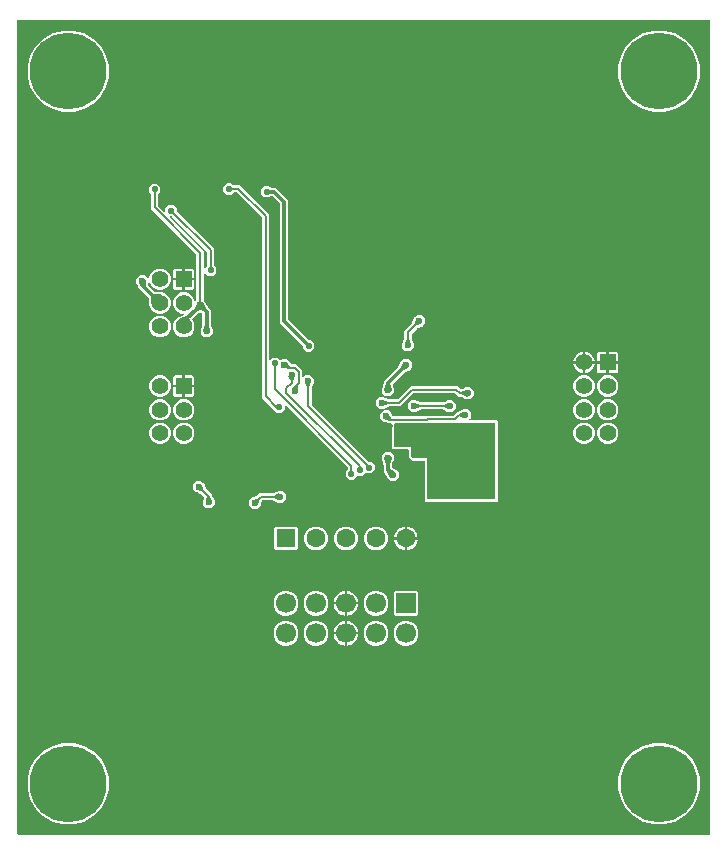
<source format=gbl>
G04 EAGLE Gerber RS-274X export*
G75*
%MOMM*%
%FSLAX34Y34*%
%LPD*%
%INBottom Copper*%
%IPPOS*%
%AMOC8*
5,1,8,0,0,1.08239X$1,22.5*%
G01*
%ADD10R,1.600000X1.600000*%
%ADD11C,1.600000*%
%ADD12R,1.400000X1.400000*%
%ADD13C,1.400000*%
%ADD14R,1.700000X1.700000*%
%ADD15C,1.700000*%
%ADD16C,0.600000*%
%ADD17C,0.300000*%
%ADD18C,0.200000*%
%ADD19C,0.203200*%
%ADD20C,0.550000*%
%ADD21C,6.500000*%

G36*
X588758Y2752D02*
X588758Y2752D01*
X588767Y2751D01*
X588855Y2772D01*
X588945Y2790D01*
X588952Y2795D01*
X588960Y2797D01*
X589033Y2851D01*
X589109Y2903D01*
X589113Y2910D01*
X589120Y2915D01*
X589167Y2993D01*
X589216Y3070D01*
X589217Y3079D01*
X589222Y3086D01*
X589249Y3250D01*
X589249Y691750D01*
X589248Y691758D01*
X589249Y691767D01*
X589228Y691855D01*
X589210Y691945D01*
X589205Y691952D01*
X589203Y691960D01*
X589149Y692033D01*
X589097Y692109D01*
X589090Y692113D01*
X589085Y692120D01*
X589007Y692167D01*
X588930Y692216D01*
X588921Y692217D01*
X588914Y692222D01*
X588750Y692249D01*
X3250Y692249D01*
X3242Y692248D01*
X3233Y692249D01*
X3145Y692228D01*
X3055Y692210D01*
X3048Y692205D01*
X3040Y692203D01*
X2967Y692149D01*
X2891Y692097D01*
X2887Y692090D01*
X2880Y692085D01*
X2833Y692007D01*
X2784Y691930D01*
X2783Y691921D01*
X2778Y691914D01*
X2751Y691750D01*
X2751Y3250D01*
X2752Y3242D01*
X2751Y3233D01*
X2772Y3145D01*
X2790Y3055D01*
X2795Y3048D01*
X2797Y3040D01*
X2851Y2967D01*
X2903Y2891D01*
X2910Y2887D01*
X2915Y2880D01*
X2993Y2833D01*
X3070Y2784D01*
X3079Y2783D01*
X3086Y2778D01*
X3250Y2751D01*
X588750Y2751D01*
X588758Y2752D01*
G37*
%LPC*%
G36*
X348293Y284499D02*
X348293Y284499D01*
X347999Y284793D01*
X347999Y319000D01*
X347998Y319008D01*
X347999Y319017D01*
X347978Y319105D01*
X347960Y319195D01*
X347955Y319202D01*
X347953Y319210D01*
X347899Y319283D01*
X347847Y319359D01*
X347840Y319363D01*
X347835Y319370D01*
X347757Y319417D01*
X347680Y319466D01*
X347671Y319467D01*
X347664Y319472D01*
X347500Y319499D01*
X337293Y319499D01*
X333999Y322793D01*
X333999Y328500D01*
X333998Y328508D01*
X333999Y328517D01*
X333978Y328605D01*
X333960Y328695D01*
X333955Y328702D01*
X333953Y328710D01*
X333899Y328783D01*
X333847Y328859D01*
X333840Y328863D01*
X333835Y328870D01*
X333757Y328917D01*
X333680Y328966D01*
X333671Y328967D01*
X333664Y328972D01*
X333500Y328999D01*
X320293Y328999D01*
X319999Y329293D01*
X319999Y350322D01*
X319988Y350375D01*
X319988Y350429D01*
X319969Y350472D01*
X319960Y350517D01*
X319929Y350562D01*
X319907Y350611D01*
X319873Y350643D01*
X319847Y350681D01*
X319801Y350710D01*
X319762Y350747D01*
X319711Y350768D01*
X319680Y350788D01*
X319648Y350793D01*
X319608Y350810D01*
X319029Y350938D01*
X318986Y350938D01*
X318921Y350949D01*
X316736Y350949D01*
X316205Y351481D01*
X316156Y351513D01*
X316113Y351553D01*
X316068Y351571D01*
X316039Y351591D01*
X316004Y351597D01*
X315959Y351616D01*
X315346Y351751D01*
X314502Y351938D01*
X314459Y351938D01*
X314394Y351949D01*
X312908Y351949D01*
X309949Y354908D01*
X309949Y359092D01*
X312908Y362051D01*
X317092Y362051D01*
X318183Y360959D01*
X318233Y360927D01*
X318276Y360886D01*
X318321Y360869D01*
X318349Y360850D01*
X318384Y360843D01*
X318431Y360824D01*
X318564Y360796D01*
X318925Y360233D01*
X318955Y360203D01*
X318992Y360151D01*
X320051Y359092D01*
X320051Y358631D01*
X320063Y358573D01*
X320065Y358514D01*
X320083Y358470D01*
X320090Y358436D01*
X320111Y358407D01*
X320130Y358361D01*
X320826Y357280D01*
X320872Y357233D01*
X320911Y357180D01*
X320940Y357162D01*
X320965Y357137D01*
X321025Y357112D01*
X321082Y357078D01*
X321120Y357072D01*
X321148Y357060D01*
X321188Y357061D01*
X321246Y357051D01*
X347974Y357051D01*
X347986Y357053D01*
X347998Y357051D01*
X348083Y357073D01*
X348168Y357090D01*
X348179Y357097D01*
X348191Y357101D01*
X348327Y357197D01*
X348730Y357601D01*
X372024Y357601D01*
X372036Y357603D01*
X372048Y357601D01*
X372133Y357623D01*
X372218Y357640D01*
X372229Y357647D01*
X372241Y357651D01*
X372377Y357747D01*
X374119Y359489D01*
X374129Y359505D01*
X374145Y359517D01*
X374217Y359638D01*
X374228Y359655D01*
X374229Y359657D01*
X374231Y359660D01*
X374423Y360152D01*
X374968Y360388D01*
X374976Y360394D01*
X374987Y360396D01*
X375122Y360493D01*
X375630Y361001D01*
X376271Y361001D01*
X376291Y361005D01*
X376310Y361002D01*
X376446Y361036D01*
X376466Y361040D01*
X376469Y361042D01*
X376472Y361043D01*
X376900Y361230D01*
X376931Y361238D01*
X379072Y362165D01*
X379081Y362171D01*
X379091Y362173D01*
X379227Y362270D01*
X379958Y363001D01*
X380900Y363001D01*
X380918Y363004D01*
X380937Y363002D01*
X381080Y363037D01*
X381095Y363040D01*
X381096Y363041D01*
X381099Y363042D01*
X381203Y363087D01*
X381332Y363036D01*
X381343Y363034D01*
X381352Y363028D01*
X381516Y363001D01*
X384142Y363001D01*
X387101Y360042D01*
X387101Y355858D01*
X385596Y354353D01*
X385593Y354349D01*
X385590Y354347D01*
X385539Y354267D01*
X385486Y354187D01*
X385485Y354183D01*
X385483Y354180D01*
X385467Y354086D01*
X385450Y353992D01*
X385451Y353988D01*
X385450Y353983D01*
X385472Y353892D01*
X385492Y353798D01*
X385495Y353794D01*
X385496Y353790D01*
X385552Y353714D01*
X385608Y353635D01*
X385611Y353633D01*
X385614Y353630D01*
X385696Y353581D01*
X385777Y353531D01*
X385781Y353531D01*
X385785Y353528D01*
X385949Y353501D01*
X409207Y353501D01*
X409501Y353207D01*
X409501Y284793D01*
X409207Y284499D01*
X348293Y284499D01*
G37*
%LPD*%
G36*
X322395Y350928D02*
X322395Y350928D01*
X322305Y350910D01*
X322298Y350905D01*
X322290Y350903D01*
X322217Y350849D01*
X322141Y350797D01*
X322137Y350790D01*
X322130Y350785D01*
X322083Y350707D01*
X322034Y350630D01*
X322033Y350621D01*
X322028Y350614D01*
X322001Y350450D01*
X322001Y331500D01*
X322002Y331492D01*
X322001Y331483D01*
X322022Y331395D01*
X322040Y331305D01*
X322045Y331298D01*
X322047Y331290D01*
X322101Y331217D01*
X322153Y331141D01*
X322160Y331137D01*
X322165Y331130D01*
X322243Y331083D01*
X322320Y331034D01*
X322329Y331033D01*
X322336Y331028D01*
X322500Y331001D01*
X335707Y331001D01*
X336001Y330707D01*
X336001Y323914D01*
X336003Y323902D01*
X336001Y323889D01*
X336023Y323805D01*
X336040Y323719D01*
X336047Y323709D01*
X336051Y323697D01*
X336147Y323561D01*
X338061Y321647D01*
X338072Y321640D01*
X338079Y321630D01*
X338154Y321585D01*
X338227Y321537D01*
X338239Y321535D01*
X338250Y321528D01*
X338414Y321501D01*
X349707Y321501D01*
X350001Y321207D01*
X350001Y287000D01*
X350002Y286992D01*
X350001Y286983D01*
X350022Y286895D01*
X350040Y286805D01*
X350045Y286798D01*
X350047Y286790D01*
X350101Y286717D01*
X350153Y286641D01*
X350160Y286637D01*
X350165Y286630D01*
X350243Y286583D01*
X350320Y286534D01*
X350329Y286533D01*
X350336Y286528D01*
X350500Y286501D01*
X407000Y286501D01*
X407008Y286502D01*
X407017Y286501D01*
X407105Y286522D01*
X407195Y286540D01*
X407202Y286545D01*
X407210Y286547D01*
X407283Y286601D01*
X407359Y286653D01*
X407363Y286660D01*
X407370Y286665D01*
X407417Y286743D01*
X407466Y286820D01*
X407467Y286829D01*
X407472Y286836D01*
X407499Y287000D01*
X407499Y351000D01*
X407498Y351008D01*
X407499Y351017D01*
X407478Y351105D01*
X407460Y351195D01*
X407455Y351202D01*
X407453Y351210D01*
X407399Y351283D01*
X407347Y351359D01*
X407340Y351363D01*
X407335Y351370D01*
X407257Y351417D01*
X407180Y351466D01*
X407171Y351467D01*
X407164Y351472D01*
X407000Y351499D01*
X351464Y351499D01*
X351452Y351497D01*
X351440Y351499D01*
X351355Y351477D01*
X351270Y351460D01*
X351259Y351453D01*
X351247Y351449D01*
X351111Y351353D01*
X350708Y350949D01*
X322500Y350949D01*
X322492Y350948D01*
X322483Y350949D01*
X322395Y350928D01*
G37*
%LPC*%
G36*
X283511Y303199D02*
X283511Y303199D01*
X280699Y306011D01*
X280699Y309989D01*
X282287Y311576D01*
X282294Y311587D01*
X282304Y311594D01*
X282349Y311669D01*
X282397Y311742D01*
X282399Y311754D01*
X282406Y311765D01*
X282433Y311929D01*
X282433Y313627D01*
X282431Y313640D01*
X282433Y313652D01*
X282411Y313737D01*
X282394Y313822D01*
X282387Y313833D01*
X282383Y313845D01*
X282287Y313980D01*
X229953Y366315D01*
X229949Y366317D01*
X229947Y366320D01*
X229867Y366372D01*
X229787Y366424D01*
X229783Y366425D01*
X229780Y366427D01*
X229686Y366443D01*
X229592Y366461D01*
X229588Y366460D01*
X229583Y366460D01*
X229492Y366439D01*
X229398Y366418D01*
X229394Y366415D01*
X229390Y366414D01*
X229314Y366358D01*
X229235Y366303D01*
X229233Y366299D01*
X229230Y366297D01*
X229181Y366215D01*
X229131Y366133D01*
X229131Y366129D01*
X229128Y366126D01*
X229101Y365961D01*
X229101Y362955D01*
X226289Y360143D01*
X222311Y360143D01*
X219499Y362955D01*
X219499Y362980D01*
X219497Y362992D01*
X219499Y363004D01*
X219477Y363089D01*
X219460Y363174D01*
X219453Y363185D01*
X219449Y363197D01*
X219353Y363333D01*
X209899Y372786D01*
X209899Y525080D01*
X209897Y525092D01*
X209899Y525104D01*
X209877Y525189D01*
X209860Y525274D01*
X209853Y525285D01*
X209849Y525297D01*
X209753Y525433D01*
X188883Y546303D01*
X188872Y546310D01*
X188865Y546320D01*
X188790Y546365D01*
X188717Y546413D01*
X188704Y546415D01*
X188694Y546422D01*
X188530Y546449D01*
X185945Y546449D01*
X185933Y546447D01*
X185921Y546449D01*
X185836Y546427D01*
X185750Y546410D01*
X185740Y546403D01*
X185728Y546399D01*
X185592Y546303D01*
X183989Y544699D01*
X180011Y544699D01*
X177199Y547511D01*
X177199Y551489D01*
X180011Y554301D01*
X183989Y554301D01*
X185592Y552697D01*
X185603Y552690D01*
X185610Y552680D01*
X185685Y552635D01*
X185758Y552587D01*
X185770Y552585D01*
X185781Y552578D01*
X185945Y552551D01*
X191264Y552551D01*
X216001Y527814D01*
X216001Y404605D01*
X216002Y404601D01*
X216001Y404597D01*
X216021Y404503D01*
X216040Y404410D01*
X216043Y404406D01*
X216044Y404402D01*
X216099Y404324D01*
X216153Y404246D01*
X216156Y404244D01*
X216159Y404240D01*
X216240Y404190D01*
X216320Y404139D01*
X216325Y404138D01*
X216328Y404136D01*
X216422Y404122D01*
X216517Y404106D01*
X216521Y404107D01*
X216525Y404106D01*
X216617Y404130D01*
X216710Y404152D01*
X216713Y404154D01*
X216717Y404155D01*
X216853Y404252D01*
X219162Y406560D01*
X223139Y406560D01*
X225150Y404549D01*
X225157Y404544D01*
X225162Y404537D01*
X225239Y404490D01*
X225316Y404439D01*
X225324Y404438D01*
X225331Y404433D01*
X225421Y404419D01*
X225511Y404403D01*
X225520Y404404D01*
X225528Y404403D01*
X225616Y404426D01*
X225705Y404445D01*
X225712Y404450D01*
X225720Y404452D01*
X225856Y404549D01*
X226858Y405551D01*
X231042Y405551D01*
X231872Y404721D01*
X231938Y404677D01*
X232000Y404628D01*
X232022Y404621D01*
X232038Y404611D01*
X232082Y404603D01*
X232159Y404579D01*
X232191Y404575D01*
X232737Y403862D01*
X232758Y403844D01*
X232780Y403813D01*
X234001Y402592D01*
X234001Y402382D01*
X234017Y402304D01*
X234026Y402225D01*
X234037Y402205D01*
X234040Y402187D01*
X234066Y402150D01*
X234104Y402078D01*
X234846Y401109D01*
X234880Y401080D01*
X234907Y401043D01*
X234954Y401015D01*
X234996Y400979D01*
X235039Y400965D01*
X235078Y400942D01*
X235144Y400930D01*
X235185Y400917D01*
X235210Y400919D01*
X235242Y400914D01*
X238720Y400914D01*
X240653Y398981D01*
X242117Y397516D01*
X244051Y395583D01*
X244051Y390449D01*
X244052Y390445D01*
X244051Y390441D01*
X244071Y390347D01*
X244090Y390254D01*
X244093Y390250D01*
X244094Y390246D01*
X244149Y390169D01*
X244203Y390090D01*
X244206Y390088D01*
X244209Y390084D01*
X244290Y390034D01*
X244370Y389983D01*
X244375Y389982D01*
X244378Y389980D01*
X244472Y389966D01*
X244567Y389950D01*
X244571Y389951D01*
X244575Y389950D01*
X244667Y389974D01*
X244760Y389996D01*
X244763Y389998D01*
X244767Y389999D01*
X244903Y390096D01*
X246408Y391601D01*
X250592Y391601D01*
X253551Y388642D01*
X253551Y386743D01*
X253559Y386702D01*
X253557Y386661D01*
X253582Y386591D01*
X253590Y386548D01*
X253603Y386530D01*
X253612Y386504D01*
X253702Y386338D01*
X253571Y385892D01*
X253567Y385850D01*
X253551Y385751D01*
X253551Y384458D01*
X253073Y383980D01*
X253050Y383945D01*
X253019Y383917D01*
X252987Y383851D01*
X252963Y383814D01*
X252959Y383792D01*
X252947Y383767D01*
X252389Y381872D01*
X252388Y381859D01*
X252383Y381848D01*
X252382Y381829D01*
X252122Y380954D01*
X252118Y380912D01*
X252101Y380811D01*
X252101Y367243D01*
X252103Y367231D01*
X252101Y367218D01*
X252123Y367134D01*
X252140Y367048D01*
X252147Y367038D01*
X252151Y367026D01*
X252247Y366890D01*
X300690Y318447D01*
X300701Y318440D01*
X300708Y318430D01*
X300783Y318385D01*
X300856Y318337D01*
X300868Y318335D01*
X300879Y318328D01*
X301043Y318301D01*
X302489Y318301D01*
X305301Y315489D01*
X305301Y311511D01*
X302489Y308699D01*
X298511Y308699D01*
X298014Y309196D01*
X298007Y309201D01*
X298002Y309208D01*
X297925Y309256D01*
X297849Y309306D01*
X297840Y309308D01*
X297833Y309312D01*
X297743Y309326D01*
X297653Y309343D01*
X297645Y309341D01*
X297637Y309342D01*
X297548Y309319D01*
X297459Y309300D01*
X297452Y309295D01*
X297444Y309293D01*
X297308Y309196D01*
X294900Y306788D01*
X290800Y306788D01*
X290792Y306786D01*
X290783Y306788D01*
X290695Y306767D01*
X290605Y306748D01*
X290598Y306744D01*
X290590Y306742D01*
X290517Y306688D01*
X290441Y306636D01*
X290437Y306629D01*
X290430Y306624D01*
X290383Y306545D01*
X290334Y306468D01*
X290333Y306460D01*
X290328Y306453D01*
X290301Y306289D01*
X290301Y306011D01*
X287489Y303199D01*
X283511Y303199D01*
G37*
%LPD*%
%LPC*%
G36*
X41451Y614449D02*
X41451Y614449D01*
X32664Y616804D01*
X24785Y621353D01*
X18353Y627785D01*
X13804Y635664D01*
X11449Y644451D01*
X11449Y653549D01*
X13804Y662336D01*
X18353Y670215D01*
X24785Y676647D01*
X32664Y681196D01*
X41451Y683551D01*
X50549Y683551D01*
X59336Y681196D01*
X67215Y676647D01*
X73647Y670215D01*
X78196Y662336D01*
X80551Y653549D01*
X80551Y644451D01*
X78196Y635664D01*
X73647Y627785D01*
X67215Y621353D01*
X59336Y616804D01*
X50549Y614449D01*
X41451Y614449D01*
G37*
%LPD*%
%LPC*%
G36*
X541451Y614449D02*
X541451Y614449D01*
X532664Y616804D01*
X524785Y621353D01*
X518353Y627785D01*
X513804Y635664D01*
X511449Y644451D01*
X511449Y653549D01*
X513804Y662336D01*
X518353Y670215D01*
X524785Y676647D01*
X532664Y681196D01*
X541451Y683551D01*
X550549Y683551D01*
X559336Y681196D01*
X567215Y676647D01*
X573647Y670215D01*
X578196Y662336D01*
X580551Y653549D01*
X580551Y644451D01*
X578196Y635664D01*
X573647Y627785D01*
X567215Y621353D01*
X559336Y616804D01*
X550549Y614449D01*
X541451Y614449D01*
G37*
%LPD*%
%LPC*%
G36*
X41451Y11449D02*
X41451Y11449D01*
X32664Y13804D01*
X24785Y18353D01*
X18353Y24785D01*
X13804Y32664D01*
X11449Y41451D01*
X11449Y50549D01*
X13804Y59336D01*
X18353Y67215D01*
X24785Y73647D01*
X32664Y78196D01*
X41451Y80551D01*
X50549Y80551D01*
X59336Y78196D01*
X67215Y73647D01*
X73647Y67215D01*
X78196Y59336D01*
X80551Y50549D01*
X80551Y41451D01*
X78196Y32664D01*
X73647Y24785D01*
X67215Y18353D01*
X59336Y13804D01*
X50549Y11449D01*
X41451Y11449D01*
G37*
%LPD*%
%LPC*%
G36*
X541451Y11449D02*
X541451Y11449D01*
X532664Y13804D01*
X524785Y18353D01*
X518353Y24785D01*
X513804Y32664D01*
X511449Y41451D01*
X511449Y50549D01*
X513804Y59336D01*
X518353Y67215D01*
X524785Y73647D01*
X532664Y78196D01*
X541451Y80551D01*
X550549Y80551D01*
X559336Y78196D01*
X567215Y73647D01*
X573647Y67215D01*
X578196Y59336D01*
X580551Y50549D01*
X580551Y41451D01*
X578196Y32664D01*
X573647Y24785D01*
X567215Y18353D01*
X559336Y13804D01*
X550549Y11449D01*
X541451Y11449D01*
G37*
%LPD*%
%LPC*%
G36*
X141700Y423949D02*
X141700Y423949D01*
X138373Y425327D01*
X135827Y427873D01*
X134449Y431200D01*
X134449Y434800D01*
X135827Y438127D01*
X138373Y440673D01*
X138515Y440732D01*
X138525Y440738D01*
X138537Y440741D01*
X138556Y440756D01*
X140059Y441371D01*
X140060Y441372D01*
X140061Y441372D01*
X141766Y442078D01*
X141809Y442088D01*
X144007Y442988D01*
X144009Y442990D01*
X144013Y442990D01*
X144092Y443045D01*
X144172Y443099D01*
X144174Y443101D01*
X144176Y443103D01*
X144228Y443184D01*
X144281Y443265D01*
X144282Y443268D01*
X144283Y443270D01*
X144299Y443364D01*
X144317Y443460D01*
X144316Y443464D01*
X144317Y443467D01*
X144295Y443559D01*
X144273Y443654D01*
X144271Y443657D01*
X144271Y443660D01*
X144214Y443736D01*
X144157Y443816D01*
X144155Y443818D01*
X144153Y443820D01*
X144071Y443868D01*
X143987Y443920D01*
X143984Y443920D01*
X143982Y443922D01*
X143818Y443949D01*
X141700Y443949D01*
X138373Y445327D01*
X135827Y447873D01*
X134449Y451200D01*
X134449Y454800D01*
X135827Y458127D01*
X138373Y460673D01*
X141700Y462051D01*
X145300Y462051D01*
X148627Y460673D01*
X151173Y458127D01*
X152551Y454800D01*
X152551Y454439D01*
X152566Y454364D01*
X152574Y454288D01*
X152586Y454267D01*
X152590Y454244D01*
X152633Y454181D01*
X152670Y454114D01*
X152689Y454100D01*
X152703Y454080D01*
X152767Y454039D01*
X152827Y453992D01*
X152850Y453986D01*
X152870Y453973D01*
X152946Y453960D01*
X153019Y453940D01*
X153043Y453944D01*
X153067Y453940D01*
X153141Y453957D01*
X153216Y453968D01*
X153237Y453980D01*
X153260Y453986D01*
X153321Y454031D01*
X153387Y454070D01*
X153403Y454091D01*
X153420Y454104D01*
X153443Y454142D01*
X153489Y454201D01*
X153757Y454696D01*
X154058Y454786D01*
X154094Y454805D01*
X154133Y454815D01*
X154194Y454858D01*
X154233Y454879D01*
X154247Y454896D01*
X154268Y454911D01*
X154303Y454946D01*
X154310Y454956D01*
X154320Y454964D01*
X154365Y455039D01*
X154413Y455112D01*
X154415Y455124D01*
X154422Y455135D01*
X154449Y455299D01*
X154449Y494030D01*
X154447Y494042D01*
X154449Y494054D01*
X154427Y494139D01*
X154410Y494224D01*
X154403Y494235D01*
X154399Y494247D01*
X154303Y494383D01*
X115949Y532736D01*
X115949Y545055D01*
X115947Y545067D01*
X115949Y545079D01*
X115927Y545164D01*
X115910Y545250D01*
X115903Y545260D01*
X115899Y545272D01*
X115803Y545408D01*
X114199Y547011D01*
X114199Y550989D01*
X117011Y553801D01*
X120989Y553801D01*
X123801Y550989D01*
X123801Y547011D01*
X122197Y545408D01*
X122190Y545397D01*
X122180Y545390D01*
X122135Y545315D01*
X122087Y545242D01*
X122085Y545230D01*
X122078Y545219D01*
X122051Y545055D01*
X122051Y535470D01*
X122053Y535458D01*
X122051Y535446D01*
X122073Y535361D01*
X122090Y535276D01*
X122097Y535265D01*
X122101Y535253D01*
X122197Y535117D01*
X127347Y529967D01*
X127351Y529965D01*
X127353Y529962D01*
X127433Y529910D01*
X127513Y529858D01*
X127517Y529857D01*
X127520Y529855D01*
X127614Y529839D01*
X127708Y529821D01*
X127712Y529822D01*
X127717Y529821D01*
X127808Y529843D01*
X127902Y529864D01*
X127906Y529866D01*
X127910Y529867D01*
X127986Y529923D01*
X128065Y529979D01*
X128067Y529983D01*
X128070Y529985D01*
X128119Y530067D01*
X128169Y530149D01*
X128169Y530153D01*
X128172Y530156D01*
X128199Y530320D01*
X128199Y532989D01*
X131011Y535801D01*
X134989Y535801D01*
X137801Y532989D01*
X137801Y530720D01*
X137803Y530708D01*
X137801Y530696D01*
X137823Y530611D01*
X137840Y530526D01*
X137847Y530515D01*
X137851Y530503D01*
X137947Y530367D01*
X169551Y498764D01*
X169551Y484445D01*
X169553Y484433D01*
X169551Y484421D01*
X169573Y484336D01*
X169590Y484250D01*
X169597Y484240D01*
X169601Y484228D01*
X169697Y484092D01*
X171301Y482489D01*
X171301Y478511D01*
X168489Y475699D01*
X164511Y475699D01*
X161699Y478511D01*
X161699Y482489D01*
X163303Y484092D01*
X163310Y484103D01*
X163320Y484110D01*
X163365Y484185D01*
X163413Y484258D01*
X163415Y484270D01*
X163422Y484281D01*
X163449Y484445D01*
X163449Y496030D01*
X163447Y496042D01*
X163449Y496054D01*
X163427Y496139D01*
X163410Y496224D01*
X163403Y496235D01*
X163399Y496247D01*
X163303Y496383D01*
X133633Y526053D01*
X133622Y526060D01*
X133615Y526070D01*
X133540Y526115D01*
X133467Y526163D01*
X133454Y526165D01*
X133444Y526172D01*
X133280Y526199D01*
X132320Y526199D01*
X132316Y526198D01*
X132312Y526199D01*
X132219Y526179D01*
X132126Y526160D01*
X132122Y526157D01*
X132118Y526156D01*
X132040Y526101D01*
X131962Y526047D01*
X131959Y526044D01*
X131956Y526041D01*
X131906Y525960D01*
X131855Y525880D01*
X131854Y525875D01*
X131852Y525872D01*
X131837Y525778D01*
X131821Y525683D01*
X131822Y525679D01*
X131822Y525675D01*
X131845Y525583D01*
X131867Y525490D01*
X131870Y525487D01*
X131871Y525483D01*
X131967Y525347D01*
X160551Y496764D01*
X160551Y455299D01*
X160553Y455287D01*
X160551Y455274D01*
X160573Y455190D01*
X160590Y455104D01*
X160597Y455094D01*
X160601Y455081D01*
X160634Y455035D01*
X160638Y455024D01*
X160652Y455009D01*
X160697Y454946D01*
X160710Y454933D01*
X160745Y454910D01*
X160773Y454879D01*
X160839Y454848D01*
X160875Y454823D01*
X160897Y454819D01*
X160923Y454807D01*
X161219Y454721D01*
X161546Y454125D01*
X161574Y454092D01*
X161630Y454012D01*
X162551Y453092D01*
X162551Y452424D01*
X162559Y452383D01*
X162558Y452341D01*
X162582Y452272D01*
X162590Y452229D01*
X162603Y452211D01*
X162612Y452184D01*
X163768Y450081D01*
X163807Y450034D01*
X163839Y449982D01*
X163875Y449954D01*
X163896Y449929D01*
X163929Y449912D01*
X163971Y449880D01*
X164203Y449757D01*
X164338Y449316D01*
X164356Y449282D01*
X164366Y449245D01*
X164411Y449181D01*
X164433Y449142D01*
X164448Y449129D01*
X164462Y449109D01*
X166601Y446971D01*
X166601Y435275D01*
X166609Y435235D01*
X166607Y435195D01*
X166631Y435123D01*
X166640Y435080D01*
X166652Y435062D01*
X166661Y435037D01*
X166873Y434645D01*
X166798Y434393D01*
X166792Y434332D01*
X166777Y434272D01*
X166783Y434227D01*
X166780Y434195D01*
X166791Y434159D01*
X166798Y434107D01*
X167489Y431789D01*
X167508Y431753D01*
X167518Y431714D01*
X167562Y431653D01*
X167583Y431613D01*
X167599Y431600D01*
X167614Y431578D01*
X168101Y431092D01*
X168101Y429810D01*
X168109Y429769D01*
X168122Y429667D01*
X168310Y429034D01*
X168161Y428757D01*
X168149Y428718D01*
X168128Y428684D01*
X168116Y428609D01*
X168103Y428567D01*
X168105Y428546D01*
X168101Y428519D01*
X168101Y426908D01*
X165142Y423949D01*
X160958Y423949D01*
X157999Y426908D01*
X157999Y428519D01*
X157991Y428559D01*
X157993Y428599D01*
X157969Y428671D01*
X157960Y428714D01*
X157948Y428732D01*
X157939Y428757D01*
X157790Y429034D01*
X157978Y429667D01*
X157982Y429709D01*
X157999Y429810D01*
X157999Y431092D01*
X158486Y431578D01*
X158508Y431612D01*
X158538Y431639D01*
X158571Y431707D01*
X158595Y431744D01*
X158599Y431765D01*
X158611Y431789D01*
X158689Y432050D01*
X158689Y432051D01*
X159302Y434107D01*
X159308Y434168D01*
X159323Y434228D01*
X159317Y434272D01*
X159320Y434305D01*
X159309Y434340D01*
X159302Y434393D01*
X159227Y434645D01*
X159439Y435037D01*
X159451Y435076D01*
X159472Y435111D01*
X159484Y435185D01*
X159497Y435228D01*
X159495Y435248D01*
X159499Y435275D01*
X159499Y443746D01*
X159492Y443783D01*
X159494Y443821D01*
X159472Y443879D01*
X159460Y443940D01*
X159438Y443972D01*
X159425Y444007D01*
X159382Y444053D01*
X159347Y444104D01*
X159315Y444125D01*
X159289Y444153D01*
X159217Y444187D01*
X159180Y444211D01*
X159161Y444215D01*
X159139Y444225D01*
X158833Y444314D01*
X158707Y444545D01*
X158667Y444591D01*
X158635Y444644D01*
X158600Y444671D01*
X158578Y444696D01*
X158545Y444713D01*
X158504Y444745D01*
X157756Y445143D01*
X157696Y445161D01*
X157640Y445187D01*
X157602Y445189D01*
X157565Y445200D01*
X157503Y445193D01*
X157441Y445195D01*
X157400Y445181D01*
X157367Y445177D01*
X157335Y445159D01*
X157284Y445141D01*
X156539Y444739D01*
X156492Y444699D01*
X156439Y444668D01*
X156411Y444632D01*
X156386Y444611D01*
X156369Y444578D01*
X156337Y444537D01*
X156212Y444305D01*
X155784Y444178D01*
X155749Y444159D01*
X155709Y444149D01*
X155648Y444105D01*
X155609Y444084D01*
X155596Y444068D01*
X155574Y444052D01*
X151097Y439575D01*
X151044Y439495D01*
X150990Y439417D01*
X150989Y439413D01*
X150987Y439409D01*
X150969Y439315D01*
X150950Y439222D01*
X150951Y439218D01*
X150950Y439214D01*
X150956Y439187D01*
X150978Y439058D01*
X151501Y437552D01*
X151959Y436232D01*
X151965Y436220D01*
X151969Y436204D01*
X152551Y434800D01*
X152551Y434610D01*
X152551Y434608D01*
X152554Y434589D01*
X152554Y434585D01*
X152558Y434569D01*
X152560Y434558D01*
X152551Y434525D01*
X152553Y434514D01*
X152551Y434500D01*
X152551Y431200D01*
X151173Y427873D01*
X148627Y425327D01*
X145300Y423949D01*
X141700Y423949D01*
G37*
%LPD*%
%LPC*%
G36*
X247511Y411699D02*
X247511Y411699D01*
X244699Y414511D01*
X244699Y416072D01*
X244697Y416085D01*
X244699Y416097D01*
X244677Y416182D01*
X244660Y416267D01*
X244653Y416278D01*
X244649Y416290D01*
X244553Y416425D01*
X227175Y433803D01*
X224949Y436029D01*
X224949Y536822D01*
X224947Y536835D01*
X224949Y536847D01*
X224927Y536932D01*
X224910Y537017D01*
X224903Y537028D01*
X224899Y537040D01*
X224803Y537175D01*
X218675Y543303D01*
X218670Y543306D01*
X218668Y543309D01*
X218663Y543312D01*
X218657Y543320D01*
X218583Y543365D01*
X218510Y543413D01*
X218497Y543415D01*
X218486Y543422D01*
X218322Y543449D01*
X217445Y543449D01*
X217433Y543447D01*
X217421Y543449D01*
X217336Y543427D01*
X217250Y543410D01*
X217240Y543403D01*
X217228Y543399D01*
X217092Y543303D01*
X215989Y542199D01*
X212011Y542199D01*
X209199Y545011D01*
X209199Y548989D01*
X212011Y551801D01*
X215989Y551801D01*
X217092Y550697D01*
X217103Y550690D01*
X217110Y550680D01*
X217185Y550635D01*
X217258Y550587D01*
X217270Y550585D01*
X217281Y550578D01*
X217445Y550551D01*
X221471Y550551D01*
X232051Y539971D01*
X232051Y439178D01*
X232053Y439165D01*
X232051Y439153D01*
X232073Y439068D01*
X232090Y438983D01*
X232097Y438972D01*
X232101Y438960D01*
X232197Y438825D01*
X249575Y421447D01*
X249585Y421440D01*
X249592Y421430D01*
X249667Y421385D01*
X249740Y421337D01*
X249753Y421335D01*
X249764Y421328D01*
X249928Y421301D01*
X251489Y421301D01*
X254301Y418489D01*
X254301Y414511D01*
X251489Y411699D01*
X247511Y411699D01*
G37*
%LPD*%
%LPC*%
G36*
X121700Y443949D02*
X121700Y443949D01*
X118373Y445327D01*
X115827Y447873D01*
X114449Y451200D01*
X114449Y452868D01*
X114448Y452875D01*
X114449Y452882D01*
X114407Y454429D01*
X114338Y456947D01*
X114337Y456953D01*
X114337Y456958D01*
X114314Y457049D01*
X114293Y457141D01*
X114290Y457146D01*
X114288Y457151D01*
X114192Y457287D01*
X108699Y462779D01*
X108374Y463104D01*
X108323Y463138D01*
X108276Y463180D01*
X108236Y463196D01*
X108209Y463214D01*
X108172Y463221D01*
X108121Y463240D01*
X107874Y463291D01*
X107293Y464168D01*
X107264Y464197D01*
X107228Y464248D01*
X106362Y465106D01*
X106335Y465143D01*
X104949Y466529D01*
X104949Y467563D01*
X104949Y467566D01*
X104949Y467569D01*
X104942Y467599D01*
X104937Y467623D01*
X104934Y467686D01*
X104916Y467726D01*
X104910Y467757D01*
X104888Y467788D01*
X104866Y467838D01*
X104596Y468247D01*
X104567Y468276D01*
X104532Y468325D01*
X103449Y469408D01*
X103449Y469831D01*
X103446Y469844D01*
X103449Y469861D01*
X103449Y473592D01*
X106408Y476551D01*
X110592Y476551D01*
X113597Y473546D01*
X113601Y473543D01*
X113603Y473540D01*
X113683Y473489D01*
X113763Y473436D01*
X113767Y473435D01*
X113770Y473433D01*
X113864Y473417D01*
X113958Y473400D01*
X113962Y473401D01*
X113967Y473400D01*
X114058Y473422D01*
X114152Y473442D01*
X114156Y473445D01*
X114160Y473446D01*
X114236Y473502D01*
X114315Y473558D01*
X114317Y473561D01*
X114320Y473564D01*
X114369Y473646D01*
X114419Y473727D01*
X114419Y473731D01*
X114422Y473735D01*
X114449Y473899D01*
X114449Y474800D01*
X115827Y478127D01*
X118373Y480673D01*
X121700Y482051D01*
X125300Y482051D01*
X128627Y480673D01*
X131173Y478127D01*
X132551Y474800D01*
X132551Y471200D01*
X131173Y467873D01*
X128627Y465327D01*
X125300Y463949D01*
X121700Y463949D01*
X118373Y465327D01*
X115827Y467873D01*
X114514Y471043D01*
X114513Y471045D01*
X114512Y471049D01*
X114457Y471128D01*
X114403Y471207D01*
X114400Y471209D01*
X114399Y471212D01*
X114317Y471263D01*
X114237Y471316D01*
X114233Y471316D01*
X114230Y471318D01*
X114135Y471334D01*
X114041Y471351D01*
X114038Y471350D01*
X114034Y471350D01*
X113941Y471328D01*
X113847Y471306D01*
X113844Y471304D01*
X113841Y471303D01*
X113764Y471246D01*
X113686Y471190D01*
X113684Y471187D01*
X113681Y471185D01*
X113633Y471102D01*
X113583Y471019D01*
X113582Y471016D01*
X113581Y471013D01*
X113554Y470849D01*
X113555Y470508D01*
X113567Y468159D01*
X113569Y468148D01*
X113567Y468136D01*
X113589Y468051D01*
X113607Y467965D01*
X113614Y467955D01*
X113617Y467943D01*
X113714Y467808D01*
X113722Y467800D01*
X119213Y462308D01*
X119218Y462305D01*
X119221Y462300D01*
X119301Y462250D01*
X119379Y462198D01*
X119385Y462197D01*
X119389Y462194D01*
X119553Y462162D01*
X122635Y462078D01*
X123617Y462051D01*
X123623Y462052D01*
X123631Y462051D01*
X125300Y462051D01*
X128627Y460673D01*
X131173Y458127D01*
X132551Y454800D01*
X132551Y451200D01*
X131173Y447873D01*
X128627Y445327D01*
X125300Y443949D01*
X121700Y443949D01*
G37*
%LPD*%
%LPC*%
G36*
X311914Y363219D02*
X311914Y363219D01*
X311899Y363222D01*
X311886Y363229D01*
X311722Y363257D01*
X309216Y363257D01*
X306257Y366216D01*
X306257Y370400D01*
X309216Y373359D01*
X311722Y373359D01*
X311737Y373362D01*
X311752Y373359D01*
X311914Y373397D01*
X312063Y373459D01*
X312216Y373396D01*
X312230Y373393D01*
X312242Y373386D01*
X312406Y373359D01*
X313400Y373359D01*
X314095Y372664D01*
X314107Y372655D01*
X314117Y372643D01*
X314258Y372555D01*
X314591Y372418D01*
X316368Y371686D01*
X316379Y371683D01*
X316389Y371677D01*
X316409Y371674D01*
X317075Y371397D01*
X317090Y371394D01*
X317103Y371386D01*
X317267Y371359D01*
X324337Y371359D01*
X324350Y371361D01*
X324362Y371359D01*
X324446Y371381D01*
X324532Y371398D01*
X324543Y371405D01*
X324555Y371408D01*
X324690Y371505D01*
X335786Y382601D01*
X375714Y382601D01*
X378490Y379825D01*
X378497Y379820D01*
X378502Y379814D01*
X378502Y379813D01*
X378504Y379811D01*
X378581Y379764D01*
X378656Y379715D01*
X378665Y379713D01*
X378674Y379708D01*
X378763Y379695D01*
X378851Y379679D01*
X378861Y379681D01*
X378871Y379679D01*
X379033Y379716D01*
X380716Y380410D01*
X381050Y380547D01*
X381063Y380556D01*
X381077Y380559D01*
X381213Y380656D01*
X381908Y381351D01*
X382901Y381351D01*
X382915Y381354D01*
X382929Y381352D01*
X383092Y381388D01*
X383244Y381451D01*
X383394Y381389D01*
X383408Y381386D01*
X383421Y381378D01*
X383585Y381351D01*
X386092Y381351D01*
X389051Y378392D01*
X389051Y374208D01*
X386092Y371249D01*
X383586Y371249D01*
X383571Y371246D01*
X383556Y371248D01*
X383394Y371211D01*
X383244Y371149D01*
X383092Y371212D01*
X383078Y371214D01*
X383065Y371222D01*
X382901Y371249D01*
X381908Y371249D01*
X381213Y371944D01*
X381200Y371953D01*
X381191Y371965D01*
X381050Y372053D01*
X380716Y372190D01*
X378940Y372922D01*
X378929Y372924D01*
X378918Y372930D01*
X378899Y372933D01*
X378232Y373211D01*
X378217Y373214D01*
X378204Y373222D01*
X378040Y373249D01*
X376436Y373249D01*
X373333Y376353D01*
X373322Y376360D01*
X373315Y376370D01*
X373240Y376415D01*
X373167Y376463D01*
X373154Y376465D01*
X373144Y376472D01*
X372980Y376499D01*
X338520Y376499D01*
X338508Y376497D01*
X338496Y376499D01*
X338411Y376477D01*
X338326Y376460D01*
X338315Y376453D01*
X338303Y376449D01*
X338167Y376353D01*
X327071Y365257D01*
X317267Y365257D01*
X317253Y365254D01*
X317238Y365256D01*
X317075Y365219D01*
X316951Y365167D01*
X316950Y365167D01*
X316399Y364937D01*
X316368Y364930D01*
X314591Y364198D01*
X314258Y364061D01*
X314245Y364052D01*
X314230Y364048D01*
X314095Y363952D01*
X313400Y363257D01*
X312406Y363257D01*
X312392Y363254D01*
X312378Y363256D01*
X312216Y363219D01*
X312063Y363156D01*
X311914Y363219D01*
G37*
%LPD*%
%LPC*%
G36*
X322451Y188149D02*
X322451Y188149D01*
X321249Y189351D01*
X321249Y208049D01*
X322451Y209251D01*
X341149Y209251D01*
X342351Y208049D01*
X342351Y189351D01*
X341149Y188149D01*
X322451Y188149D01*
G37*
%LPD*%
%LPC*%
G36*
X221351Y243449D02*
X221351Y243449D01*
X220149Y244651D01*
X220149Y262349D01*
X221351Y263551D01*
X239049Y263551D01*
X240251Y262349D01*
X240251Y244651D01*
X239049Y243449D01*
X221351Y243449D01*
G37*
%LPD*%
%LPC*%
G36*
X228101Y162749D02*
X228101Y162749D01*
X224223Y164356D01*
X221256Y167323D01*
X219649Y171201D01*
X219649Y175399D01*
X221256Y179277D01*
X224223Y182244D01*
X228101Y183851D01*
X232299Y183851D01*
X236177Y182244D01*
X239144Y179277D01*
X240751Y175399D01*
X240751Y171201D01*
X239144Y167323D01*
X236177Y164356D01*
X232299Y162749D01*
X228101Y162749D01*
G37*
%LPD*%
%LPC*%
G36*
X253501Y162749D02*
X253501Y162749D01*
X249623Y164356D01*
X246656Y167323D01*
X245049Y171201D01*
X245049Y175399D01*
X246656Y179277D01*
X249623Y182244D01*
X253501Y183851D01*
X257699Y183851D01*
X261577Y182244D01*
X264544Y179277D01*
X266151Y175399D01*
X266151Y171201D01*
X264544Y167323D01*
X261577Y164356D01*
X257699Y162749D01*
X253501Y162749D01*
G37*
%LPD*%
%LPC*%
G36*
X329701Y162749D02*
X329701Y162749D01*
X325823Y164356D01*
X322856Y167323D01*
X321249Y171201D01*
X321249Y175399D01*
X322856Y179277D01*
X325823Y182244D01*
X329701Y183851D01*
X333899Y183851D01*
X337777Y182244D01*
X340744Y179277D01*
X342351Y175399D01*
X342351Y171201D01*
X340744Y167323D01*
X337777Y164356D01*
X333899Y162749D01*
X329701Y162749D01*
G37*
%LPD*%
%LPC*%
G36*
X253501Y188149D02*
X253501Y188149D01*
X249623Y189756D01*
X246656Y192723D01*
X245049Y196601D01*
X245049Y200799D01*
X246656Y204677D01*
X249623Y207644D01*
X253501Y209251D01*
X257699Y209251D01*
X261577Y207644D01*
X264544Y204677D01*
X266151Y200799D01*
X266151Y196601D01*
X264544Y192723D01*
X261577Y189756D01*
X257699Y188149D01*
X253501Y188149D01*
G37*
%LPD*%
%LPC*%
G36*
X304301Y188149D02*
X304301Y188149D01*
X300423Y189756D01*
X297456Y192723D01*
X295849Y196601D01*
X295849Y200799D01*
X297456Y204677D01*
X300423Y207644D01*
X304301Y209251D01*
X308499Y209251D01*
X312377Y207644D01*
X315344Y204677D01*
X316951Y200799D01*
X316951Y196601D01*
X315344Y192723D01*
X312377Y189756D01*
X308499Y188149D01*
X304301Y188149D01*
G37*
%LPD*%
%LPC*%
G36*
X228101Y188149D02*
X228101Y188149D01*
X224223Y189756D01*
X221256Y192723D01*
X219649Y196601D01*
X219649Y200799D01*
X221256Y204677D01*
X224223Y207644D01*
X228101Y209251D01*
X232299Y209251D01*
X236177Y207644D01*
X239144Y204677D01*
X240751Y200799D01*
X240751Y196601D01*
X239144Y192723D01*
X236177Y189756D01*
X232299Y188149D01*
X228101Y188149D01*
G37*
%LPD*%
%LPC*%
G36*
X304301Y162749D02*
X304301Y162749D01*
X300423Y164356D01*
X297456Y167323D01*
X295849Y171201D01*
X295849Y175399D01*
X297456Y179277D01*
X300423Y182244D01*
X304301Y183851D01*
X308499Y183851D01*
X312377Y182244D01*
X315344Y179277D01*
X316951Y175399D01*
X316951Y171201D01*
X315344Y167323D01*
X312377Y164356D01*
X308499Y162749D01*
X304301Y162749D01*
G37*
%LPD*%
%LPC*%
G36*
X253601Y243449D02*
X253601Y243449D01*
X249907Y244979D01*
X247079Y247807D01*
X245549Y251501D01*
X245549Y255499D01*
X247079Y259193D01*
X249907Y262021D01*
X253601Y263551D01*
X257599Y263551D01*
X261293Y262021D01*
X264121Y259193D01*
X265651Y255499D01*
X265651Y251501D01*
X264121Y247807D01*
X261293Y244979D01*
X257599Y243449D01*
X253601Y243449D01*
G37*
%LPD*%
%LPC*%
G36*
X279001Y243449D02*
X279001Y243449D01*
X275307Y244979D01*
X272479Y247807D01*
X270949Y251501D01*
X270949Y255499D01*
X272479Y259193D01*
X275307Y262021D01*
X279001Y263551D01*
X282999Y263551D01*
X286693Y262021D01*
X289521Y259193D01*
X291051Y255499D01*
X291051Y251501D01*
X289521Y247807D01*
X286693Y244979D01*
X282999Y243449D01*
X279001Y243449D01*
G37*
%LPD*%
%LPC*%
G36*
X304401Y243449D02*
X304401Y243449D01*
X300707Y244979D01*
X297879Y247807D01*
X296349Y251501D01*
X296349Y255499D01*
X297879Y259193D01*
X300707Y262021D01*
X304401Y263551D01*
X308399Y263551D01*
X312093Y262021D01*
X314921Y259193D01*
X316451Y255499D01*
X316451Y251501D01*
X314921Y247807D01*
X312093Y244979D01*
X308399Y243449D01*
X304401Y243449D01*
G37*
%LPD*%
%LPC*%
G36*
X314408Y373949D02*
X314408Y373949D01*
X311449Y376908D01*
X311449Y378519D01*
X311441Y378559D01*
X311443Y378599D01*
X311419Y378671D01*
X311410Y378714D01*
X311398Y378732D01*
X311389Y378757D01*
X311240Y379034D01*
X311428Y379667D01*
X311432Y379709D01*
X311449Y379810D01*
X311449Y381092D01*
X311936Y381578D01*
X311958Y381612D01*
X311988Y381639D01*
X312021Y381707D01*
X312045Y381744D01*
X312049Y381765D01*
X312061Y381789D01*
X312139Y382050D01*
X312139Y382051D01*
X312752Y384107D01*
X312758Y384168D01*
X312773Y384228D01*
X312767Y384273D01*
X312770Y384305D01*
X312759Y384340D01*
X312752Y384393D01*
X312677Y384645D01*
X312889Y385037D01*
X312901Y385076D01*
X312922Y385111D01*
X312934Y385185D01*
X312947Y385228D01*
X312945Y385248D01*
X312949Y385275D01*
X312949Y386521D01*
X315175Y388747D01*
X325052Y398624D01*
X325075Y398658D01*
X325104Y398685D01*
X325138Y398753D01*
X325162Y398790D01*
X325166Y398810D01*
X325178Y398834D01*
X325305Y399262D01*
X325537Y399387D01*
X325584Y399426D01*
X325636Y399457D01*
X325664Y399493D01*
X325689Y399514D01*
X325706Y399547D01*
X325739Y399589D01*
X326889Y401717D01*
X326901Y401755D01*
X326922Y401790D01*
X326934Y401865D01*
X326947Y401907D01*
X326945Y401928D01*
X326949Y401954D01*
X326949Y402642D01*
X327856Y403549D01*
X327879Y403583D01*
X327942Y403664D01*
X328257Y404246D01*
X328558Y404336D01*
X328594Y404355D01*
X328633Y404365D01*
X328694Y404408D01*
X328733Y404429D01*
X328747Y404446D01*
X328768Y404461D01*
X329908Y405601D01*
X334092Y405601D01*
X337051Y402642D01*
X337051Y398458D01*
X335911Y397318D01*
X335889Y397285D01*
X335859Y397257D01*
X335826Y397190D01*
X335801Y397153D01*
X335798Y397132D01*
X335786Y397108D01*
X335696Y396807D01*
X335114Y396492D01*
X335082Y396465D01*
X334999Y396406D01*
X334092Y395499D01*
X333404Y395499D01*
X333365Y395491D01*
X333324Y395493D01*
X333253Y395469D01*
X333209Y395460D01*
X333192Y395448D01*
X333167Y395439D01*
X331039Y394289D01*
X330992Y394249D01*
X330939Y394218D01*
X330911Y394182D01*
X330886Y394161D01*
X330869Y394128D01*
X330837Y394087D01*
X330712Y393855D01*
X330284Y393728D01*
X330249Y393709D01*
X330209Y393699D01*
X330148Y393655D01*
X330109Y393634D01*
X330096Y393618D01*
X330074Y393602D01*
X320534Y384063D01*
X320488Y383992D01*
X320437Y383925D01*
X320433Y383910D01*
X320424Y383897D01*
X320409Y383814D01*
X320388Y383732D01*
X320391Y383715D01*
X320388Y383701D01*
X320398Y383658D01*
X320409Y383567D01*
X320939Y381789D01*
X320958Y381753D01*
X320968Y381714D01*
X321012Y381653D01*
X321033Y381613D01*
X321049Y381600D01*
X321064Y381578D01*
X321551Y381092D01*
X321551Y379810D01*
X321559Y379769D01*
X321572Y379667D01*
X321760Y379034D01*
X321611Y378757D01*
X321599Y378718D01*
X321578Y378684D01*
X321566Y378609D01*
X321553Y378567D01*
X321555Y378546D01*
X321551Y378519D01*
X321551Y376908D01*
X318592Y373949D01*
X314408Y373949D01*
G37*
%LPD*%
%LPC*%
G36*
X367975Y360402D02*
X367975Y360402D01*
X367950Y360408D01*
X367927Y360422D01*
X367820Y360440D01*
X367782Y360449D01*
X367774Y360448D01*
X367763Y360449D01*
X366908Y360449D01*
X366116Y361241D01*
X366114Y361243D01*
X366112Y361245D01*
X365975Y361340D01*
X363785Y362367D01*
X363774Y362370D01*
X363764Y362376D01*
X363745Y362380D01*
X363172Y362651D01*
X363145Y362658D01*
X363122Y362672D01*
X363018Y362689D01*
X362979Y362699D01*
X362969Y362697D01*
X362958Y362699D01*
X344516Y362699D01*
X344501Y362696D01*
X344486Y362698D01*
X344324Y362661D01*
X343647Y362379D01*
X343616Y362372D01*
X342017Y361713D01*
X341840Y361640D01*
X341839Y361640D01*
X341506Y361503D01*
X341493Y361494D01*
X341479Y361491D01*
X341343Y361394D01*
X340648Y360699D01*
X339655Y360699D01*
X339641Y360696D01*
X339627Y360698D01*
X339464Y360662D01*
X339312Y360599D01*
X339162Y360661D01*
X339147Y360664D01*
X339134Y360672D01*
X338970Y360699D01*
X336464Y360699D01*
X333505Y363658D01*
X333505Y367842D01*
X336464Y370801D01*
X338970Y370801D01*
X338985Y370804D01*
X339000Y370802D01*
X339162Y370839D01*
X339165Y370840D01*
X339312Y370901D01*
X339464Y370838D01*
X339478Y370836D01*
X339491Y370828D01*
X339655Y370801D01*
X340648Y370801D01*
X341343Y370106D01*
X341356Y370097D01*
X341365Y370085D01*
X341506Y369997D01*
X341839Y369860D01*
X341840Y369860D01*
X343616Y369128D01*
X343627Y369126D01*
X343638Y369119D01*
X343657Y369117D01*
X344324Y368839D01*
X344338Y368836D01*
X344352Y368828D01*
X344516Y368801D01*
X363134Y368801D01*
X363137Y368801D01*
X363140Y368801D01*
X363304Y368830D01*
X364075Y369109D01*
X364107Y369115D01*
X366126Y369836D01*
X366149Y369850D01*
X366175Y369857D01*
X366261Y369918D01*
X366296Y369939D01*
X366301Y369947D01*
X366311Y369954D01*
X366908Y370551D01*
X368038Y370551D01*
X368040Y370551D01*
X368042Y370551D01*
X368206Y370580D01*
X368490Y370681D01*
X368665Y370599D01*
X368691Y370592D01*
X368715Y370578D01*
X368819Y370561D01*
X368858Y370551D01*
X368867Y370553D01*
X368879Y370551D01*
X371092Y370551D01*
X374051Y367592D01*
X374051Y363408D01*
X371092Y360449D01*
X368250Y360449D01*
X368247Y360449D01*
X368244Y360449D01*
X368080Y360420D01*
X368000Y360391D01*
X367975Y360402D01*
G37*
%LPD*%
%LPC*%
G36*
X331358Y411899D02*
X331358Y411899D01*
X328399Y414858D01*
X328399Y417364D01*
X328396Y417379D01*
X328398Y417394D01*
X328361Y417556D01*
X328299Y417706D01*
X328362Y417858D01*
X328364Y417872D01*
X328372Y417885D01*
X328399Y418049D01*
X328399Y419042D01*
X329094Y419737D01*
X329103Y419750D01*
X329115Y419759D01*
X329203Y419900D01*
X329340Y420233D01*
X329340Y420234D01*
X329460Y420524D01*
X330072Y422010D01*
X330074Y422021D01*
X330080Y422032D01*
X330083Y422051D01*
X330361Y422718D01*
X330364Y422733D01*
X330372Y422746D01*
X330399Y422910D01*
X330399Y429214D01*
X336222Y435037D01*
X336760Y435575D01*
X336769Y435587D01*
X336781Y435596D01*
X336869Y435738D01*
X337148Y436415D01*
X337165Y436442D01*
X338042Y438549D01*
X338045Y438564D01*
X338053Y438577D01*
X338081Y438741D01*
X338081Y439724D01*
X338783Y440426D01*
X338791Y440438D01*
X338803Y440446D01*
X338891Y440587D01*
X338955Y440740D01*
X339104Y440801D01*
X339117Y440810D01*
X339131Y440813D01*
X339267Y440910D01*
X341039Y442682D01*
X345224Y442682D01*
X348182Y439724D01*
X348182Y435539D01*
X346410Y433767D01*
X346402Y433754D01*
X346389Y433745D01*
X346301Y433604D01*
X346240Y433455D01*
X346087Y433391D01*
X346075Y433383D01*
X346062Y433380D01*
X345926Y433283D01*
X345224Y432581D01*
X344241Y432581D01*
X344226Y432578D01*
X344211Y432580D01*
X344049Y432542D01*
X344046Y432541D01*
X342905Y432066D01*
X341942Y431665D01*
X341932Y431658D01*
X341920Y431655D01*
X341905Y431644D01*
X341238Y431369D01*
X341225Y431360D01*
X341210Y431357D01*
X341075Y431260D01*
X336647Y426833D01*
X336640Y426822D01*
X336630Y426815D01*
X336585Y426740D01*
X336537Y426667D01*
X336535Y426654D01*
X336528Y426644D01*
X336501Y426480D01*
X336501Y422910D01*
X336504Y422895D01*
X336502Y422880D01*
X336539Y422718D01*
X336540Y422715D01*
X336821Y422041D01*
X336828Y422010D01*
X337560Y420234D01*
X337697Y419900D01*
X337706Y419887D01*
X337709Y419873D01*
X337806Y419737D01*
X338501Y419042D01*
X338501Y418049D01*
X338504Y418035D01*
X338502Y418021D01*
X338538Y417858D01*
X338601Y417706D01*
X338539Y417556D01*
X338536Y417542D01*
X338528Y417528D01*
X338501Y417364D01*
X338501Y414858D01*
X335542Y411899D01*
X331358Y411899D01*
G37*
%LPD*%
%LPC*%
G36*
X480700Y353449D02*
X480700Y353449D01*
X477373Y354827D01*
X474827Y357373D01*
X473449Y360700D01*
X473449Y364300D01*
X474827Y367627D01*
X477373Y370173D01*
X480700Y371551D01*
X484300Y371551D01*
X487627Y370173D01*
X490173Y367627D01*
X491551Y364300D01*
X491551Y360700D01*
X490173Y357373D01*
X487627Y354827D01*
X484300Y353449D01*
X480700Y353449D01*
G37*
%LPD*%
%LPC*%
G36*
X500700Y373449D02*
X500700Y373449D01*
X497373Y374827D01*
X494827Y377373D01*
X493449Y380700D01*
X493449Y384300D01*
X494827Y387627D01*
X497373Y390173D01*
X500700Y391551D01*
X504300Y391551D01*
X507627Y390173D01*
X510173Y387627D01*
X511551Y384300D01*
X511551Y380700D01*
X510173Y377373D01*
X507627Y374827D01*
X504300Y373449D01*
X500700Y373449D01*
G37*
%LPD*%
%LPC*%
G36*
X500700Y353449D02*
X500700Y353449D01*
X497373Y354827D01*
X494827Y357373D01*
X493449Y360700D01*
X493449Y364300D01*
X494827Y367627D01*
X497373Y370173D01*
X500700Y371551D01*
X504300Y371551D01*
X507627Y370173D01*
X510173Y367627D01*
X511551Y364300D01*
X511551Y360700D01*
X510173Y357373D01*
X507627Y354827D01*
X504300Y353449D01*
X500700Y353449D01*
G37*
%LPD*%
%LPC*%
G36*
X121700Y423949D02*
X121700Y423949D01*
X118373Y425327D01*
X115827Y427873D01*
X114449Y431200D01*
X114449Y434800D01*
X115827Y438127D01*
X118373Y440673D01*
X121700Y442051D01*
X125300Y442051D01*
X128627Y440673D01*
X131173Y438127D01*
X132551Y434800D01*
X132551Y431200D01*
X131173Y427873D01*
X128627Y425327D01*
X125300Y423949D01*
X121700Y423949D01*
G37*
%LPD*%
%LPC*%
G36*
X480700Y373449D02*
X480700Y373449D01*
X477373Y374827D01*
X474827Y377373D01*
X473449Y380700D01*
X473449Y384300D01*
X474827Y387627D01*
X477373Y390173D01*
X480700Y391551D01*
X484300Y391551D01*
X487627Y390173D01*
X490173Y387627D01*
X491551Y384300D01*
X491551Y380700D01*
X490173Y377373D01*
X487627Y374827D01*
X484300Y373449D01*
X480700Y373449D01*
G37*
%LPD*%
%LPC*%
G36*
X121700Y353449D02*
X121700Y353449D01*
X118373Y354827D01*
X115827Y357373D01*
X114449Y360700D01*
X114449Y364300D01*
X115827Y367627D01*
X118373Y370173D01*
X121700Y371551D01*
X125300Y371551D01*
X128627Y370173D01*
X131173Y367627D01*
X132551Y364300D01*
X132551Y360700D01*
X131173Y357373D01*
X128627Y354827D01*
X125300Y353449D01*
X121700Y353449D01*
G37*
%LPD*%
%LPC*%
G36*
X500700Y333449D02*
X500700Y333449D01*
X497373Y334827D01*
X494827Y337373D01*
X493449Y340700D01*
X493449Y344300D01*
X494827Y347627D01*
X497373Y350173D01*
X500700Y351551D01*
X504300Y351551D01*
X507627Y350173D01*
X510173Y347627D01*
X511551Y344300D01*
X511551Y340700D01*
X510173Y337373D01*
X507627Y334827D01*
X504300Y333449D01*
X500700Y333449D01*
G37*
%LPD*%
%LPC*%
G36*
X480700Y333449D02*
X480700Y333449D01*
X477373Y334827D01*
X474827Y337373D01*
X473449Y340700D01*
X473449Y344300D01*
X474827Y347627D01*
X477373Y350173D01*
X480700Y351551D01*
X484300Y351551D01*
X487627Y350173D01*
X490173Y347627D01*
X491551Y344300D01*
X491551Y340700D01*
X490173Y337373D01*
X487627Y334827D01*
X484300Y333449D01*
X480700Y333449D01*
G37*
%LPD*%
%LPC*%
G36*
X141700Y333449D02*
X141700Y333449D01*
X138373Y334827D01*
X135827Y337373D01*
X134449Y340700D01*
X134449Y344300D01*
X135827Y347627D01*
X138373Y350173D01*
X141700Y351551D01*
X145300Y351551D01*
X148627Y350173D01*
X151173Y347627D01*
X152551Y344300D01*
X152551Y340700D01*
X151173Y337373D01*
X148627Y334827D01*
X145300Y333449D01*
X141700Y333449D01*
G37*
%LPD*%
%LPC*%
G36*
X121700Y333449D02*
X121700Y333449D01*
X118373Y334827D01*
X115827Y337373D01*
X114449Y340700D01*
X114449Y344300D01*
X115827Y347627D01*
X118373Y350173D01*
X121700Y351551D01*
X125300Y351551D01*
X128627Y350173D01*
X131173Y347627D01*
X132551Y344300D01*
X132551Y340700D01*
X131173Y337373D01*
X128627Y334827D01*
X125300Y333449D01*
X121700Y333449D01*
G37*
%LPD*%
%LPC*%
G36*
X141700Y353449D02*
X141700Y353449D01*
X138373Y354827D01*
X135827Y357373D01*
X134449Y360700D01*
X134449Y364300D01*
X135827Y367627D01*
X138373Y370173D01*
X141700Y371551D01*
X145300Y371551D01*
X148627Y370173D01*
X151173Y367627D01*
X152551Y364300D01*
X152551Y360700D01*
X151173Y357373D01*
X148627Y354827D01*
X145300Y353449D01*
X141700Y353449D01*
G37*
%LPD*%
%LPC*%
G36*
X121700Y373449D02*
X121700Y373449D01*
X118373Y374827D01*
X115827Y377373D01*
X114449Y380700D01*
X114449Y384300D01*
X115827Y387627D01*
X118373Y390173D01*
X121700Y391551D01*
X125300Y391551D01*
X128627Y390173D01*
X131173Y387627D01*
X132551Y384300D01*
X132551Y380700D01*
X131173Y377373D01*
X128627Y374827D01*
X125300Y373449D01*
X121700Y373449D01*
G37*
%LPD*%
%LPC*%
G36*
X201526Y278568D02*
X201526Y278568D01*
X198568Y281526D01*
X198568Y285711D01*
X200340Y287483D01*
X200348Y287496D01*
X200361Y287505D01*
X200449Y287646D01*
X200510Y287795D01*
X200663Y287859D01*
X200668Y287862D01*
X200675Y287867D01*
X200688Y287870D01*
X200824Y287967D01*
X201526Y288669D01*
X202509Y288669D01*
X202524Y288672D01*
X202539Y288670D01*
X202701Y288708D01*
X203034Y288846D01*
X203069Y288861D01*
X204267Y289360D01*
X204268Y289360D01*
X204808Y289585D01*
X204818Y289591D01*
X204829Y289594D01*
X204845Y289606D01*
X205512Y289881D01*
X205525Y289890D01*
X205540Y289893D01*
X205675Y289990D01*
X207618Y291932D01*
X219422Y291932D01*
X219437Y291935D01*
X219452Y291933D01*
X219614Y291971D01*
X219617Y291972D01*
X220290Y292252D01*
X220322Y292259D01*
X222098Y292991D01*
X222432Y293129D01*
X222444Y293137D01*
X222459Y293141D01*
X222595Y293237D01*
X223289Y293932D01*
X224283Y293932D01*
X224297Y293935D01*
X224311Y293933D01*
X224473Y293970D01*
X224626Y294033D01*
X224775Y293971D01*
X224790Y293968D01*
X224803Y293960D01*
X224967Y293932D01*
X227474Y293932D01*
X230432Y290974D01*
X230432Y286789D01*
X227474Y283831D01*
X224967Y283831D01*
X224952Y283828D01*
X224937Y283830D01*
X224775Y283792D01*
X224767Y283789D01*
X224626Y283730D01*
X224473Y283793D01*
X224462Y283795D01*
X224453Y283801D01*
X224450Y283801D01*
X224447Y283803D01*
X224283Y283831D01*
X223289Y283831D01*
X222595Y284526D01*
X222582Y284534D01*
X222573Y284546D01*
X222432Y284634D01*
X222098Y284772D01*
X220322Y285504D01*
X220310Y285506D01*
X220300Y285512D01*
X220281Y285515D01*
X219614Y285792D01*
X219605Y285794D01*
X219599Y285798D01*
X219593Y285799D01*
X219586Y285803D01*
X219422Y285831D01*
X210352Y285831D01*
X210340Y285828D01*
X210327Y285830D01*
X210243Y285809D01*
X210157Y285791D01*
X210147Y285784D01*
X210135Y285781D01*
X209999Y285685D01*
X209990Y285675D01*
X209989Y285674D01*
X209988Y285673D01*
X209981Y285662D01*
X209969Y285654D01*
X209881Y285512D01*
X209602Y284835D01*
X209585Y284808D01*
X208846Y283034D01*
X208708Y282701D01*
X208705Y282686D01*
X208697Y282673D01*
X208669Y282509D01*
X208669Y281526D01*
X207967Y280824D01*
X207959Y280812D01*
X207947Y280803D01*
X207859Y280663D01*
X207795Y280510D01*
X207646Y280449D01*
X207633Y280440D01*
X207618Y280436D01*
X207483Y280340D01*
X205711Y278568D01*
X201526Y278568D01*
G37*
%LPD*%
%LPC*%
G36*
X318408Y302449D02*
X318408Y302449D01*
X317268Y303589D01*
X317235Y303611D01*
X317207Y303641D01*
X317140Y303674D01*
X317103Y303699D01*
X317082Y303702D01*
X317058Y303714D01*
X316757Y303804D01*
X316442Y304386D01*
X316415Y304418D01*
X316356Y304501D01*
X315449Y305408D01*
X315449Y306096D01*
X315441Y306135D01*
X315443Y306176D01*
X315419Y306247D01*
X315410Y306291D01*
X315398Y306308D01*
X315389Y306333D01*
X315259Y306573D01*
X315259Y306574D01*
X314239Y308461D01*
X314199Y308508D01*
X314168Y308561D01*
X314132Y308589D01*
X314111Y308614D01*
X314078Y308631D01*
X314037Y308663D01*
X313805Y308788D01*
X313678Y309216D01*
X313659Y309251D01*
X313649Y309291D01*
X313605Y309352D01*
X313584Y309391D01*
X313568Y309404D01*
X313552Y309426D01*
X313091Y309888D01*
X312949Y310029D01*
X312949Y310720D01*
X312941Y310759D01*
X312943Y310800D01*
X312949Y310838D01*
X312949Y311586D01*
X312941Y311627D01*
X312940Y311635D01*
X312947Y311658D01*
X312945Y311679D01*
X312949Y311705D01*
X312949Y315725D01*
X312941Y315765D01*
X312943Y315805D01*
X312919Y315877D01*
X312910Y315920D01*
X312898Y315937D01*
X312889Y315963D01*
X312677Y316355D01*
X312752Y316607D01*
X312758Y316668D01*
X312773Y316728D01*
X312767Y316772D01*
X312770Y316805D01*
X312759Y316840D01*
X312752Y316893D01*
X312303Y318401D01*
X312061Y319211D01*
X312042Y319247D01*
X312032Y319286D01*
X311988Y319347D01*
X311967Y319387D01*
X311951Y319400D01*
X311936Y319422D01*
X311449Y319908D01*
X311449Y321190D01*
X311441Y321231D01*
X311428Y321333D01*
X311240Y321966D01*
X311389Y322243D01*
X311401Y322282D01*
X311422Y322316D01*
X311434Y322391D01*
X311447Y322433D01*
X311445Y322454D01*
X311449Y322481D01*
X311449Y324092D01*
X314408Y327051D01*
X318592Y327051D01*
X321551Y324092D01*
X321551Y322480D01*
X321559Y322441D01*
X321557Y322401D01*
X321581Y322329D01*
X321590Y322286D01*
X321602Y322268D01*
X321611Y322243D01*
X321760Y321966D01*
X321572Y321333D01*
X321568Y321291D01*
X321551Y321190D01*
X321551Y319908D01*
X321064Y319422D01*
X321042Y319388D01*
X321012Y319360D01*
X320979Y319293D01*
X320955Y319256D01*
X320951Y319235D01*
X320939Y319211D01*
X320248Y316893D01*
X320242Y316832D01*
X320227Y316772D01*
X320233Y316727D01*
X320230Y316695D01*
X320241Y316660D01*
X320248Y316607D01*
X320323Y316355D01*
X320111Y315963D01*
X320099Y315924D01*
X320078Y315889D01*
X320066Y315815D01*
X320053Y315772D01*
X320055Y315752D01*
X320051Y315725D01*
X320051Y313782D01*
X320052Y313775D01*
X320051Y313767D01*
X320068Y313695D01*
X320079Y313616D01*
X320087Y313603D01*
X320090Y313587D01*
X320096Y313580D01*
X320097Y313574D01*
X320138Y313518D01*
X320181Y313445D01*
X320195Y313435D01*
X320203Y313423D01*
X320212Y313418D01*
X320215Y313413D01*
X320246Y313395D01*
X320313Y313343D01*
X321667Y312611D01*
X321705Y312599D01*
X321740Y312578D01*
X321815Y312566D01*
X321857Y312553D01*
X321878Y312555D01*
X321904Y312551D01*
X322592Y312551D01*
X323499Y311644D01*
X323534Y311621D01*
X323615Y311558D01*
X324196Y311243D01*
X324286Y310942D01*
X324305Y310906D01*
X324315Y310867D01*
X324359Y310806D01*
X324379Y310767D01*
X324396Y310753D01*
X324411Y310732D01*
X325551Y309592D01*
X325551Y305408D01*
X322592Y302449D01*
X318408Y302449D01*
G37*
%LPD*%
%LPC*%
G36*
X162747Y279111D02*
X162747Y279111D01*
X159788Y282069D01*
X159788Y284289D01*
X159783Y284315D01*
X159785Y284342D01*
X159756Y284444D01*
X159748Y284484D01*
X159743Y284491D01*
X159740Y284502D01*
X159658Y284677D01*
X159759Y284958D01*
X159759Y284960D01*
X159760Y284962D01*
X159788Y285126D01*
X159788Y286253D01*
X160387Y286853D01*
X160402Y286875D01*
X160423Y286892D01*
X160475Y286985D01*
X160497Y287019D01*
X160499Y287028D01*
X160504Y287037D01*
X160580Y287250D01*
X160581Y287250D01*
X160963Y288318D01*
X160978Y288416D01*
X160992Y288511D01*
X160992Y288513D01*
X160992Y288514D01*
X160967Y288609D01*
X160943Y288704D01*
X160942Y288705D01*
X160941Y288707D01*
X160932Y288718D01*
X160846Y288839D01*
X158557Y291129D01*
X158544Y291137D01*
X158535Y291149D01*
X158394Y291237D01*
X157717Y291516D01*
X157689Y291534D01*
X155916Y292272D01*
X155583Y292411D01*
X155568Y292414D01*
X155555Y292422D01*
X155391Y292449D01*
X154408Y292449D01*
X153705Y293152D01*
X153694Y293160D01*
X153685Y293171D01*
X153544Y293260D01*
X153392Y293323D01*
X153330Y293473D01*
X153322Y293485D01*
X153318Y293500D01*
X153222Y293636D01*
X151449Y295408D01*
X151449Y299592D01*
X154408Y302551D01*
X158592Y302551D01*
X160365Y300778D01*
X160377Y300770D01*
X160386Y300758D01*
X160527Y300670D01*
X160677Y300608D01*
X160740Y300456D01*
X160748Y300444D01*
X160752Y300430D01*
X160848Y300295D01*
X161551Y299592D01*
X161551Y298609D01*
X161554Y298594D01*
X161552Y298580D01*
X161589Y298417D01*
X161590Y298415D01*
X161590Y298414D01*
X162466Y296311D01*
X162473Y296301D01*
X162476Y296288D01*
X162488Y296273D01*
X162763Y295606D01*
X162765Y295602D01*
X162765Y295601D01*
X162771Y295593D01*
X162775Y295579D01*
X162871Y295443D01*
X165712Y292603D01*
X166189Y292126D01*
X166211Y292111D01*
X166228Y292090D01*
X166321Y292038D01*
X166355Y292016D01*
X166363Y292014D01*
X166373Y292009D01*
X166820Y291849D01*
X167094Y291263D01*
X167096Y291260D01*
X167096Y291257D01*
X167193Y291122D01*
X167889Y290425D01*
X167889Y289684D01*
X167895Y289658D01*
X167892Y289631D01*
X167921Y289529D01*
X167929Y289489D01*
X167934Y289482D01*
X167937Y289471D01*
X167969Y289404D01*
X167977Y289373D01*
X169001Y287184D01*
X169003Y287182D01*
X169004Y287179D01*
X169100Y287043D01*
X169889Y286253D01*
X169889Y285395D01*
X169895Y285369D01*
X169892Y285344D01*
X169921Y285238D01*
X169929Y285200D01*
X169934Y285193D01*
X169936Y285183D01*
X169949Y285156D01*
X169919Y285074D01*
X169919Y285070D01*
X169917Y285067D01*
X169889Y284903D01*
X169889Y282069D01*
X166931Y279111D01*
X162747Y279111D01*
G37*
%LPD*%
%LPC*%
G36*
X281999Y199699D02*
X281999Y199699D01*
X281999Y209173D01*
X283459Y208942D01*
X285031Y208431D01*
X286504Y207681D01*
X287841Y206710D01*
X289010Y205541D01*
X289981Y204204D01*
X290731Y202731D01*
X291242Y201159D01*
X291473Y199699D01*
X281999Y199699D01*
G37*
%LPD*%
%LPC*%
G36*
X281999Y174299D02*
X281999Y174299D01*
X281999Y183773D01*
X283459Y183542D01*
X285031Y183031D01*
X286504Y182281D01*
X287841Y181310D01*
X289010Y180141D01*
X289981Y178804D01*
X290731Y177331D01*
X291242Y175759D01*
X291473Y174299D01*
X281999Y174299D01*
G37*
%LPD*%
%LPC*%
G36*
X270527Y174299D02*
X270527Y174299D01*
X270758Y175759D01*
X271269Y177331D01*
X272019Y178804D01*
X272990Y180141D01*
X274159Y181310D01*
X275496Y182281D01*
X276969Y183031D01*
X278541Y183542D01*
X280001Y183773D01*
X280001Y174299D01*
X270527Y174299D01*
G37*
%LPD*%
%LPC*%
G36*
X281999Y197701D02*
X281999Y197701D01*
X291473Y197701D01*
X291242Y196241D01*
X290731Y194669D01*
X289981Y193196D01*
X289010Y191859D01*
X287841Y190690D01*
X286504Y189719D01*
X285031Y188969D01*
X283459Y188458D01*
X281999Y188227D01*
X281999Y197701D01*
G37*
%LPD*%
%LPC*%
G36*
X270527Y199699D02*
X270527Y199699D01*
X270758Y201159D01*
X271269Y202731D01*
X272019Y204204D01*
X272990Y205541D01*
X274159Y206710D01*
X275496Y207681D01*
X276969Y208431D01*
X278541Y208942D01*
X280001Y209173D01*
X280001Y199699D01*
X270527Y199699D01*
G37*
%LPD*%
%LPC*%
G36*
X281999Y172301D02*
X281999Y172301D01*
X291473Y172301D01*
X291242Y170841D01*
X290731Y169269D01*
X289981Y167796D01*
X289010Y166459D01*
X287841Y165290D01*
X286504Y164319D01*
X285031Y163569D01*
X283459Y163058D01*
X281999Y162827D01*
X281999Y172301D01*
G37*
%LPD*%
%LPC*%
G36*
X278541Y188458D02*
X278541Y188458D01*
X276969Y188969D01*
X275496Y189719D01*
X274159Y190690D01*
X272990Y191859D01*
X272019Y193196D01*
X271269Y194669D01*
X270758Y196241D01*
X270527Y197701D01*
X280001Y197701D01*
X280001Y188227D01*
X278541Y188458D01*
G37*
%LPD*%
%LPC*%
G36*
X278541Y163058D02*
X278541Y163058D01*
X276969Y163569D01*
X275496Y164319D01*
X274159Y165290D01*
X272990Y166459D01*
X272019Y167796D01*
X271269Y169269D01*
X270758Y170841D01*
X270527Y172301D01*
X280001Y172301D01*
X280001Y162827D01*
X278541Y163058D01*
G37*
%LPD*%
%LPC*%
G36*
X144499Y473999D02*
X144499Y473999D01*
X144499Y482001D01*
X150898Y482001D01*
X151633Y481696D01*
X152196Y481133D01*
X152501Y480398D01*
X152501Y473999D01*
X144499Y473999D01*
G37*
%LPD*%
%LPC*%
G36*
X503499Y403499D02*
X503499Y403499D01*
X503499Y411501D01*
X509898Y411501D01*
X510633Y411196D01*
X511196Y410633D01*
X511501Y409898D01*
X511501Y403499D01*
X503499Y403499D01*
G37*
%LPD*%
%LPC*%
G36*
X144499Y383499D02*
X144499Y383499D01*
X144499Y391501D01*
X150898Y391501D01*
X151633Y391196D01*
X152196Y390633D01*
X152501Y389898D01*
X152501Y383499D01*
X144499Y383499D01*
G37*
%LPD*%
%LPC*%
G36*
X134499Y473999D02*
X134499Y473999D01*
X134499Y480398D01*
X134804Y481133D01*
X135367Y481696D01*
X136102Y482001D01*
X142501Y482001D01*
X142501Y473999D01*
X134499Y473999D01*
G37*
%LPD*%
%LPC*%
G36*
X144499Y463999D02*
X144499Y463999D01*
X144499Y472001D01*
X152501Y472001D01*
X152501Y465602D01*
X152196Y464867D01*
X151633Y464304D01*
X150898Y463999D01*
X144499Y463999D01*
G37*
%LPD*%
%LPC*%
G36*
X144499Y373499D02*
X144499Y373499D01*
X144499Y381501D01*
X152501Y381501D01*
X152501Y375102D01*
X152196Y374367D01*
X151633Y373804D01*
X150898Y373499D01*
X144499Y373499D01*
G37*
%LPD*%
%LPC*%
G36*
X493499Y403499D02*
X493499Y403499D01*
X493499Y409898D01*
X493804Y410633D01*
X494367Y411196D01*
X495102Y411501D01*
X501501Y411501D01*
X501501Y403499D01*
X493499Y403499D01*
G37*
%LPD*%
%LPC*%
G36*
X134499Y383499D02*
X134499Y383499D01*
X134499Y389898D01*
X134804Y390633D01*
X135367Y391196D01*
X136102Y391501D01*
X142501Y391501D01*
X142501Y383499D01*
X134499Y383499D01*
G37*
%LPD*%
%LPC*%
G36*
X503499Y393499D02*
X503499Y393499D01*
X503499Y401501D01*
X511501Y401501D01*
X511501Y395102D01*
X511196Y394367D01*
X510633Y393804D01*
X509898Y393499D01*
X503499Y393499D01*
G37*
%LPD*%
%LPC*%
G36*
X136102Y463999D02*
X136102Y463999D01*
X135367Y464304D01*
X134804Y464867D01*
X134499Y465602D01*
X134499Y472001D01*
X142501Y472001D01*
X142501Y463999D01*
X136102Y463999D01*
G37*
%LPD*%
%LPC*%
G36*
X495102Y393499D02*
X495102Y393499D01*
X494367Y393804D01*
X493804Y394367D01*
X493499Y395102D01*
X493499Y401501D01*
X501501Y401501D01*
X501501Y393499D01*
X495102Y393499D01*
G37*
%LPD*%
%LPC*%
G36*
X136102Y373499D02*
X136102Y373499D01*
X135367Y373804D01*
X134804Y374367D01*
X134499Y375102D01*
X134499Y381501D01*
X142501Y381501D01*
X142501Y373499D01*
X136102Y373499D01*
G37*
%LPD*%
%LPC*%
G36*
X332799Y254499D02*
X332799Y254499D01*
X332799Y263467D01*
X334142Y263255D01*
X335639Y262768D01*
X337042Y262053D01*
X338315Y261128D01*
X339428Y260015D01*
X340353Y258742D01*
X341068Y257339D01*
X341555Y255842D01*
X341767Y254499D01*
X332799Y254499D01*
G37*
%LPD*%
%LPC*%
G36*
X321833Y254499D02*
X321833Y254499D01*
X322045Y255842D01*
X322532Y257339D01*
X323247Y258742D01*
X324172Y260015D01*
X325285Y261128D01*
X326558Y262053D01*
X327961Y262768D01*
X329458Y263255D01*
X330801Y263467D01*
X330801Y254499D01*
X321833Y254499D01*
G37*
%LPD*%
%LPC*%
G36*
X332799Y252501D02*
X332799Y252501D01*
X341767Y252501D01*
X341555Y251158D01*
X341068Y249661D01*
X340353Y248258D01*
X339428Y246985D01*
X338315Y245872D01*
X337042Y244947D01*
X335639Y244232D01*
X334142Y243745D01*
X332799Y243533D01*
X332799Y252501D01*
G37*
%LPD*%
%LPC*%
G36*
X329458Y243745D02*
X329458Y243745D01*
X327961Y244232D01*
X326558Y244947D01*
X325285Y245872D01*
X324172Y246985D01*
X323247Y248258D01*
X322532Y249661D01*
X322045Y251158D01*
X321833Y252501D01*
X330801Y252501D01*
X330801Y243533D01*
X329458Y243745D01*
G37*
%LPD*%
%LPC*%
G36*
X483499Y403499D02*
X483499Y403499D01*
X483499Y411478D01*
X485125Y411155D01*
X486763Y410476D01*
X488238Y409491D01*
X489491Y408238D01*
X490476Y406763D01*
X491155Y405125D01*
X491478Y403499D01*
X483499Y403499D01*
G37*
%LPD*%
%LPC*%
G36*
X473522Y403499D02*
X473522Y403499D01*
X473845Y405125D01*
X474524Y406763D01*
X475509Y408238D01*
X476762Y409491D01*
X478237Y410476D01*
X479875Y411155D01*
X481501Y411478D01*
X481501Y403499D01*
X473522Y403499D01*
G37*
%LPD*%
%LPC*%
G36*
X483499Y401501D02*
X483499Y401501D01*
X491478Y401501D01*
X491155Y399875D01*
X490476Y398237D01*
X489491Y396762D01*
X488238Y395509D01*
X486763Y394524D01*
X485125Y393845D01*
X483499Y393522D01*
X483499Y401501D01*
G37*
%LPD*%
%LPC*%
G36*
X479875Y393845D02*
X479875Y393845D01*
X478237Y394524D01*
X476762Y395509D01*
X475509Y396762D01*
X474524Y398237D01*
X473845Y399875D01*
X473522Y401501D01*
X481501Y401501D01*
X481501Y393522D01*
X479875Y393845D01*
G37*
%LPD*%
%LPC*%
G36*
X502499Y402499D02*
X502499Y402499D01*
X502499Y402501D01*
X502501Y402501D01*
X502501Y402499D01*
X502499Y402499D01*
G37*
%LPD*%
%LPC*%
G36*
X482499Y402499D02*
X482499Y402499D01*
X482499Y402501D01*
X482501Y402501D01*
X482501Y402499D01*
X482499Y402499D01*
G37*
%LPD*%
%LPC*%
G36*
X143499Y472999D02*
X143499Y472999D01*
X143499Y473001D01*
X143501Y473001D01*
X143501Y472999D01*
X143499Y472999D01*
G37*
%LPD*%
%LPC*%
G36*
X280999Y198699D02*
X280999Y198699D01*
X280999Y198701D01*
X281001Y198701D01*
X281001Y198699D01*
X280999Y198699D01*
G37*
%LPD*%
%LPC*%
G36*
X331799Y253499D02*
X331799Y253499D01*
X331799Y253501D01*
X331801Y253501D01*
X331801Y253499D01*
X331799Y253499D01*
G37*
%LPD*%
%LPC*%
G36*
X280999Y173299D02*
X280999Y173299D01*
X280999Y173301D01*
X281001Y173301D01*
X281001Y173299D01*
X280999Y173299D01*
G37*
%LPD*%
%LPC*%
G36*
X143499Y382499D02*
X143499Y382499D01*
X143499Y382501D01*
X143501Y382501D01*
X143501Y382499D01*
X143499Y382499D01*
G37*
%LPD*%
D10*
X230200Y253500D03*
D11*
X255600Y253500D03*
X281000Y253500D03*
X306400Y253500D03*
X331800Y253500D03*
D12*
X143500Y473000D03*
D13*
X143500Y453000D03*
X143500Y433000D03*
X123500Y473000D03*
X123500Y453000D03*
X123500Y433000D03*
D12*
X143500Y382500D03*
D13*
X143500Y362500D03*
X143500Y342500D03*
X123500Y382500D03*
X123500Y362500D03*
X123500Y342500D03*
D12*
X502500Y402500D03*
D13*
X502500Y382500D03*
X502500Y362500D03*
X482500Y402500D03*
X482500Y382500D03*
X482500Y362500D03*
X502500Y342500D03*
X482500Y342500D03*
D14*
X331800Y198700D03*
D15*
X306400Y198700D03*
X281000Y198700D03*
X255600Y198700D03*
X230200Y198700D03*
X331800Y173300D03*
X306400Y173300D03*
X281000Y173300D03*
X255600Y173300D03*
X230200Y173300D03*
D16*
X352500Y348500D03*
X369500Y348500D03*
X385000Y348500D03*
X402000Y348500D03*
X404000Y334000D03*
X404000Y311500D03*
X404000Y289500D03*
X386978Y289478D03*
X369500Y289500D03*
X353000Y289500D03*
X371000Y373500D03*
X334500Y298500D03*
X274000Y270500D03*
X231500Y299000D03*
X180500Y445500D03*
X174500Y503000D03*
X188500Y395000D03*
X131500Y311500D03*
X188500Y316000D03*
X196882Y410382D03*
X282000Y428000D03*
X219000Y490000D03*
X252000Y323000D03*
X265500Y417500D03*
X311500Y458000D03*
X356000Y506500D03*
X371500Y453000D03*
X371500Y409000D03*
X431000Y345500D03*
X431500Y314000D03*
X431500Y282000D03*
X358000Y269000D03*
X414000Y401000D03*
X306000Y271500D03*
X204000Y375000D03*
X311500Y421550D03*
X314000Y348500D03*
D17*
X319250Y348500D01*
X314429Y349937D01*
X314000Y348500D01*
X314429Y347063D02*
X319250Y348500D01*
X314429Y347063D02*
X314000Y348500D01*
X314429Y349937D02*
X319250Y348500D01*
X314429Y347063D01*
X314429Y349937D02*
X319250Y348500D01*
X314429Y349937D02*
X314000Y348500D01*
X314429Y347063D02*
X319250Y348500D01*
X314429Y347063D02*
X314000Y348500D01*
D16*
X248500Y386550D03*
D18*
X249050Y386000D01*
X249050Y381329D01*
X249050Y365750D01*
X249050Y381329D02*
X250419Y385986D01*
X248500Y386550D01*
X246741Y385599D02*
X249050Y381329D01*
X246741Y385599D02*
X248500Y386550D01*
D19*
X249050Y365750D02*
X300500Y314300D01*
X300500Y313500D01*
D20*
X300500Y313500D03*
D16*
X234950Y391813D03*
D18*
X234950Y386563D01*
X234950Y384950D01*
X234950Y386563D02*
X236799Y391051D01*
X236799Y391051D01*
X233101Y391051D02*
X234950Y386563D01*
X233101Y391051D02*
X233101Y391051D01*
X236799Y391051D02*
X234950Y386563D01*
X236799Y391051D02*
X234950Y391813D01*
X233101Y391051D02*
X234950Y386563D01*
X233101Y391051D02*
X234950Y391813D01*
X236799Y391051D02*
X234950Y386563D01*
X236799Y391051D02*
X234950Y391813D01*
X233101Y391051D02*
X234950Y386563D01*
X233101Y391051D02*
X234950Y391813D01*
D19*
X234950Y384950D02*
X230500Y380500D01*
X230500Y376877D01*
D20*
X292911Y311589D03*
D19*
X292911Y314466D01*
X230500Y376877D01*
D16*
X237506Y378450D03*
X228950Y400500D03*
D18*
X237506Y381278D02*
X237506Y378450D01*
X241000Y394319D02*
X237456Y397863D01*
X231587Y397863D02*
X228950Y400500D01*
X233490Y397863D02*
X237456Y397863D01*
X233490Y397863D02*
X231587Y397863D01*
X239524Y383297D02*
X237506Y381278D01*
X239524Y383297D02*
X241000Y384772D01*
X241000Y394319D01*
X239524Y383297D02*
X236092Y379864D01*
X237506Y378450D01*
X239506Y378443D02*
X239524Y383297D01*
X239506Y378443D02*
X237506Y378450D01*
X233490Y397863D02*
X230538Y401716D01*
X228950Y400500D01*
X228680Y398518D02*
X233490Y397863D01*
X228680Y398518D02*
X228950Y400500D01*
D16*
X311308Y368308D03*
D18*
X316558Y368308D01*
X325808Y368308D01*
X337050Y379550D02*
X374450Y379550D01*
X337050Y379550D02*
X325808Y368308D01*
X374450Y379550D02*
X377700Y376300D01*
X378750Y376300D01*
D16*
X384000Y376300D03*
D18*
X378750Y376300D01*
X316558Y368308D02*
X312070Y370157D01*
X312070Y370157D01*
X312070Y366459D02*
X316558Y368308D01*
X312070Y366459D02*
X312070Y366459D01*
X312070Y370157D02*
X316558Y368308D01*
X312070Y370157D02*
X311308Y368308D01*
X312070Y366459D02*
X316558Y368308D01*
X312070Y366459D02*
X311308Y368308D01*
X312070Y370157D02*
X316558Y368308D01*
X312070Y370157D02*
X311308Y368308D01*
X312070Y366459D02*
X316558Y368308D01*
X312070Y366459D02*
X311308Y368308D01*
X378750Y376300D02*
X383238Y374451D01*
X383238Y374451D01*
X383238Y378149D02*
X378750Y376300D01*
X383238Y378149D02*
X383238Y378149D01*
X383238Y374451D02*
X378750Y376300D01*
X383238Y374451D02*
X384000Y376300D01*
X383238Y378149D02*
X378750Y376300D01*
X383238Y378149D02*
X384000Y376300D01*
X383238Y374451D02*
X378750Y376300D01*
X383238Y374451D02*
X384000Y376300D01*
X383238Y378149D02*
X378750Y376300D01*
X383238Y378149D02*
X384000Y376300D01*
D16*
X338556Y365750D03*
D18*
X343806Y365750D01*
X363756Y365750D01*
X368750Y365750D01*
X369000Y365500D01*
D16*
X369000Y365500D03*
D18*
X343806Y365750D02*
X339318Y367599D01*
X339318Y367599D01*
X339318Y363901D02*
X343806Y365750D01*
X339318Y363901D02*
X339318Y363901D01*
X339318Y367599D02*
X343806Y365750D01*
X339318Y367599D02*
X338556Y365750D01*
X339318Y363901D02*
X343806Y365750D01*
X339318Y363901D02*
X338556Y365750D01*
X339318Y367599D02*
X343806Y365750D01*
X339318Y367599D02*
X338556Y365750D01*
X339318Y363901D02*
X343806Y365750D01*
X339318Y363901D02*
X338556Y365750D01*
X363756Y365750D02*
X368151Y363689D01*
X369000Y365500D01*
X368327Y367383D02*
X363756Y365750D01*
X368327Y367383D02*
X369000Y365500D01*
D16*
X315000Y357000D03*
D18*
X318000Y354000D01*
D16*
X382050Y357950D03*
D18*
X319308Y354000D02*
X318000Y354000D01*
X319308Y354000D02*
X349444Y354000D01*
X349994Y354550D01*
X376894Y357950D02*
X382050Y357950D01*
X376801Y357857D02*
X373494Y354550D01*
X376801Y357857D02*
X376894Y357950D01*
X373494Y354550D02*
X349994Y354550D01*
X319308Y354000D02*
X316682Y358082D01*
X315000Y357000D01*
X314569Y355047D02*
X319308Y354000D01*
X314569Y355047D02*
X315000Y357000D01*
X376801Y357857D02*
X381321Y356088D01*
X382050Y357950D01*
X381255Y359785D02*
X376801Y357857D01*
X381255Y359785D02*
X382050Y357950D01*
D16*
X157500Y451000D03*
D17*
X153788Y447288D01*
X146792Y440292D01*
X143500Y437000D01*
X143500Y433000D01*
D16*
X163050Y429000D03*
D17*
X163050Y434250D01*
X163050Y445500D01*
X161237Y447313D01*
X157550Y451000D01*
X157500Y451000D01*
X158213Y449681D02*
X153788Y447288D01*
X158213Y449681D02*
X157500Y451000D01*
X156181Y451713D02*
X153788Y447288D01*
X156181Y451713D02*
X157500Y451000D01*
X158815Y451722D02*
X161237Y447313D01*
X158815Y451722D02*
X157500Y451000D01*
X156796Y449676D02*
X161237Y447313D01*
X156796Y449676D02*
X157500Y451000D01*
X163050Y434250D02*
X161613Y429429D01*
X163050Y429000D01*
X164487Y429429D02*
X163050Y434250D01*
X164487Y429429D02*
X163050Y429000D01*
X161613Y429429D02*
X163050Y434250D01*
X164487Y429429D01*
X161613Y429429D02*
X163050Y434250D01*
X161613Y429429D02*
X163050Y429000D01*
X164487Y429429D02*
X163050Y434250D01*
X164487Y429429D02*
X163050Y429000D01*
X146792Y440292D02*
X141415Y438090D01*
X143500Y433000D01*
X148696Y434803D02*
X146792Y440292D01*
X148696Y434803D02*
X143500Y433000D01*
D18*
X157500Y451000D02*
X157500Y495500D01*
X119000Y534000D02*
X119000Y549000D01*
D20*
X119000Y549000D03*
D18*
X119000Y534000D02*
X157500Y495500D01*
D16*
X333450Y416950D03*
D18*
X333450Y422200D01*
X333450Y427950D01*
X339419Y433919D01*
D16*
X343132Y437632D03*
D18*
X339419Y433919D01*
X333450Y422200D02*
X331601Y417712D01*
X331601Y417712D01*
X335299Y417712D02*
X333450Y422200D01*
X335299Y417712D02*
X335299Y417712D01*
X331601Y417712D02*
X333450Y422200D01*
X331601Y417712D02*
X333450Y416950D01*
X335299Y417712D02*
X333450Y422200D01*
X335299Y417712D02*
X333450Y416950D01*
X331601Y417712D02*
X333450Y422200D01*
X331601Y417712D02*
X333450Y416950D01*
X335299Y417712D02*
X333450Y422200D01*
X335299Y417712D02*
X333450Y416950D01*
X339419Y433919D02*
X343900Y435785D01*
X343132Y437632D01*
X341285Y438400D02*
X339419Y433919D01*
X341285Y438400D02*
X343132Y437632D01*
D16*
X332000Y400550D03*
D17*
X328288Y396838D01*
X316500Y385050D01*
X316500Y384250D01*
D16*
X316500Y379000D03*
D17*
X316500Y384250D01*
X328288Y396838D02*
X332713Y399231D01*
X332000Y400550D01*
X330681Y401263D02*
X328288Y396838D01*
X330681Y401263D02*
X332000Y400550D01*
X316500Y384250D02*
X315063Y379429D01*
X316500Y379000D01*
X317937Y379429D02*
X316500Y384250D01*
X317937Y379429D02*
X316500Y379000D01*
X315063Y379429D02*
X316500Y384250D01*
X317937Y379429D01*
X315063Y379429D02*
X316500Y384250D01*
X315063Y379429D02*
X316500Y379000D01*
X317937Y379429D02*
X316500Y384250D01*
X317937Y379429D02*
X316500Y379000D01*
D20*
X249500Y416500D03*
D17*
X228500Y437500D01*
X228500Y538500D01*
X220000Y547000D01*
X214000Y547000D01*
D20*
X214000Y547000D03*
X221150Y401760D03*
X285500Y308000D03*
D19*
X285500Y315105D01*
X220884Y401494D02*
X221150Y401760D01*
X220884Y401494D02*
X220884Y379721D01*
X285500Y315105D01*
D17*
X123500Y453000D02*
X117843Y458657D01*
X110024Y466476D01*
X108500Y468000D01*
X108500Y471500D01*
D16*
X108500Y471500D03*
D17*
X110000Y471507D02*
X110024Y466476D01*
X110000Y471507D02*
X108500Y471500D01*
X107249Y470673D02*
X110024Y466476D01*
X107249Y470673D02*
X108500Y471500D01*
X117843Y458657D02*
X118002Y452850D01*
X123500Y453000D01*
X123650Y458498D02*
X117843Y458657D01*
X123650Y458498D02*
X123500Y453000D01*
D16*
X156500Y297500D03*
D18*
X160212Y293788D01*
X164594Y289406D01*
X164839Y289161D01*
X164839Y284161D01*
D16*
X164839Y284161D03*
X203618Y283618D03*
D18*
X207331Y287331D01*
X208882Y288882D01*
X220132Y288882D01*
D16*
X225382Y288882D03*
D18*
X220132Y288882D01*
X160212Y293788D02*
X158346Y298269D01*
X156500Y297500D01*
X155731Y295654D02*
X160212Y293788D01*
X155731Y295654D02*
X156500Y297500D01*
X164594Y289406D02*
X162956Y284836D01*
X164839Y284161D01*
X166650Y285008D02*
X164594Y289406D01*
X166650Y285008D02*
X164839Y284161D01*
X202850Y285465D02*
X207331Y287331D01*
X202850Y285465D02*
X203618Y283618D01*
X205465Y282850D02*
X207331Y287331D01*
X205465Y282850D02*
X203618Y283618D01*
X220132Y288882D02*
X224620Y287032D01*
X224620Y287032D01*
X224620Y290731D02*
X220132Y288882D01*
X224620Y290731D02*
X224620Y290731D01*
X224620Y287032D02*
X220132Y288882D01*
X224620Y287032D02*
X225382Y288882D01*
X224620Y290731D02*
X220132Y288882D01*
X224620Y290731D02*
X225382Y288882D01*
X224620Y287032D02*
X220132Y288882D01*
X224620Y287032D02*
X225382Y288882D01*
X224620Y290731D02*
X220132Y288882D01*
X224620Y290731D02*
X225382Y288882D01*
D16*
X316500Y322000D03*
D17*
X316500Y316750D01*
X316500Y311500D01*
X316788Y311212D01*
D16*
X320500Y307500D03*
D17*
X316788Y311212D01*
X316500Y316750D02*
X317937Y321571D01*
X316500Y322000D01*
X315063Y321571D02*
X316500Y316750D01*
X315063Y321571D02*
X316500Y322000D01*
X317937Y321571D02*
X316500Y316750D01*
X315063Y321571D01*
X317937Y321571D02*
X316500Y316750D01*
X317937Y321571D02*
X316500Y322000D01*
X315063Y321571D02*
X316500Y316750D01*
X315063Y321571D02*
X316500Y322000D01*
X316788Y311212D02*
X319181Y306787D01*
X320500Y307500D01*
X321213Y308819D02*
X316788Y311212D01*
X321213Y308819D02*
X320500Y307500D01*
D21*
X46000Y46000D03*
X546000Y46000D03*
X546000Y649000D03*
X46000Y649000D03*
D20*
X224300Y364944D03*
D18*
X222056Y364944D01*
X212950Y374050D02*
X212950Y526550D01*
X190000Y549500D01*
X182000Y549500D01*
D20*
X182000Y549500D03*
D18*
X212950Y374050D02*
X222056Y364944D01*
D20*
X166500Y480500D03*
D18*
X166500Y497500D01*
X133000Y531000D01*
D20*
X133000Y531000D03*
M02*

</source>
